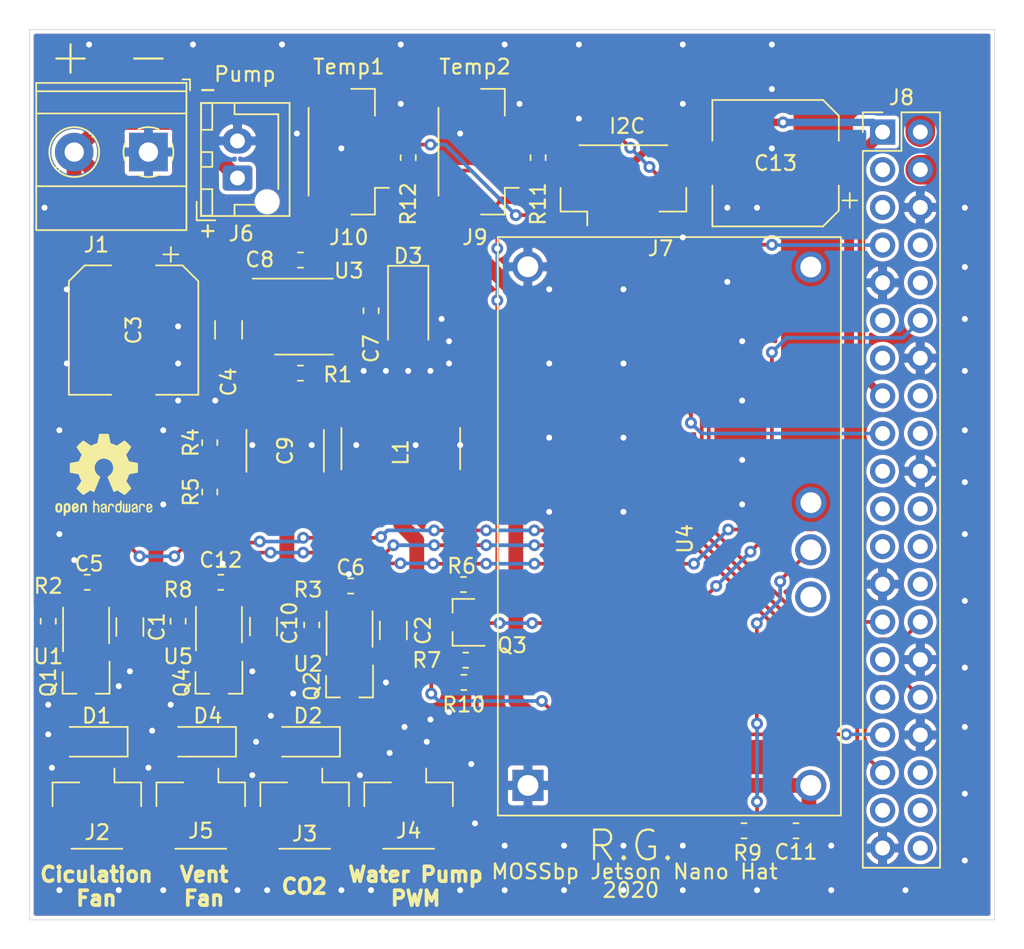
<source format=kicad_pcb>
(kicad_pcb (version 20171130) (host pcbnew 5.1.5-52549c5~84~ubuntu19.04.1)
  (title_block (title "MOSSbp Jetson Nano Hat") (date 2020-01-26) (rev V0.1) (company Randipa))
  (layers (0 F.Cu signal) (31 B.Cu signal) (34 B.Paste user) (35 F.Paste user) (36 B.SilkS user) (37 F.SilkS user) (38 B.Mask user) (39 F.Mask user) (44 Edge.Cuts user))
  (net 0 "")
  (net 1 GND)
  (net 2 +12V)
  (net 3 +24V)
  (net 4 "Net-(C7-Pad1)")
  (net 5 "Net-(C8-Pad2)")
  (net 6 "Net-(C8-Pad1)")
  (net 7 +5V)
  (net 8 "Net-(D1-Pad2)")
  (net 9 "Net-(D2-Pad2)")
  (net 10 "Net-(D4-Pad2)")
  (net 11 "Net-(J4-Pad1)")
  (net 12 /I2C1_SDA)
  (net 13 /I2C1_SCL)
  (net 14 +3V3)
  (net 15 /VF_CTRL)
  (net 16 /WP_PWM)
  (net 17 /CF_CTRL)
  (net 18 /CO2_CTRL)
  (net 19 "Net-(Q1-Pad1)")
  (net 20 "Net-(Q2-Pad1)")
  (net 21 "Net-(Q4-Pad1)")
  (net 22 "Net-(R1-Pad1)")
  (net 23 "Net-(R4-Pad2)")
  (net 24 "Net-(R9-Pad2)")
  (net 25 /Temp1_I)
  (net 26 /Temp2_I)
  (module Symbol:OSHW-Logo2_7.3x6mm_SilkScreen (layer F.Cu) (at 120 90)
    (fp_text reference REF** hide)
    (fp_text value OSHW-Logo2_7.3x6mm_SilkScreen hide)
  )
  (module Connector_JST:JST_GH_BM04B-GHS-TBT_1x04-1MP_P1.25mm_Vertical (layer F.Cu) (at 145.15 68.225 90)
    (fp_text reference J9 (at -5.775 -0.15 180) (layer F.SilkS))
    (fp_text value Temp1)
    (pad 1 smd roundrect (at -1.875 1.95 90) (size 0.6 1.7) (layers F.Cu F.Paste F.Mask) (net 14 +3V3))
    (pad 2 smd roundrect (at -0.625 1.95 90) (size 0.6 1.7) (layers F.Cu F.Paste F.Mask))
    (pad 3 smd roundrect (at 0.625 1.95 90) (size 0.6 1.7) (layers F.Cu F.Paste F.Mask) (net 25 /Temp1_I))
    (pad 4 smd roundrect (at 1.875 1.95 90) (size 0.6 1.7) (layers F.Cu F.Paste F.Mask) (net 1 GND))
    (pad MP smd roundrect (at -3.725 -1.4 90) (size 1 2.8) (layers F.Cu F.Paste F.Mask))
    (pad MP smd roundrect (at 3.725 -1.4 90) (size 1 2.8) (layers F.Cu F.Paste F.Mask))
  )
  (module Resistor_SMD:R_0603_1608Metric_Pad1.05x0.95mm_HandSolder (layer F.Cu) (at 140.5 68.625 270)
    (fp_text reference R12 (at 3.125 0 90) (layer F.SilkS))
    (fp_text value 4.7k)
    (pad 2 smd roundrect (at 0.875 0 270) (size 1.05 0.95) (layers F.Cu F.Paste F.Mask) (net 14 +3V3))
    (pad 1 smd roundrect (at -0.875 0 270) (size 1.05 0.95) (layers F.Cu F.Paste F.Mask) (net 26 /Temp2_I))
  )
  (module Resistor_SMD:R_0603_1608Metric_Pad1.05x0.95mm_HandSolder (layer F.Cu) (at 149.25 68.625 270)
    (fp_text reference R11 (at 3.125 0 90) (layer F.SilkS))
    (fp_text value 4.7k)
    (pad 1 smd roundrect (at -0.875 0 270) (size 1.05 0.95) (layers F.Cu F.Paste F.Mask) (net 25 /Temp1_I))
    (pad 2 smd roundrect (at 0.875 0 270) (size 1.05 0.95) (layers F.Cu F.Paste F.Mask) (net 14 +3V3))
  )
  (module Connector_JST:JST_GH_BM04B-GHS-TBT_1x04-1MP_P1.25mm_Vertical (layer F.Cu) (at 136.4 68.225 90)
    (fp_text reference J10 (at -5.775 0.1 180) (layer F.SilkS))
    (fp_text value Temp2)
    (pad MP smd roundrect (at 3.725 -1.4 90) (size 1 2.8) (layers F.Cu F.Paste F.Mask))
    (pad MP smd roundrect (at -3.725 -1.4 90) (size 1 2.8) (layers F.Cu F.Paste F.Mask))
    (pad 4 smd roundrect (at 1.875 1.95 90) (size 0.6 1.7) (layers F.Cu F.Paste F.Mask) (net 1 GND))
    (pad 3 smd roundrect (at 0.625 1.95 90) (size 0.6 1.7) (layers F.Cu F.Paste F.Mask) (net 26 /Temp2_I))
    (pad 2 smd roundrect (at -0.625 1.95 90) (size 0.6 1.7) (layers F.Cu F.Paste F.Mask))
    (pad 1 smd roundrect (at -1.875 1.95 90) (size 0.6 1.7) (layers F.Cu F.Paste F.Mask) (net 14 +3V3))
  )
  (module RG_footprints:PTN78020WAH (layer F.Cu) (at 158 94.52 90)
    (fp_text reference U4 (at 0.2 1.15 90) (layer F.SilkS))
    (fp_text value PTN78020WAH)
    (pad 7 thru_hole oval (at 18.54 -9.44 90) (size 2.1 2.1) (drill 1.4) (layers *.Cu *.Mask) (net 1 GND))
    (pad 6 thru_hole oval (at 18.52 9.62 90) (size 2.1 2.1) (drill 1.4) (layers *.Cu *.Mask) (net 7 +5V))
    (pad 5 thru_hole oval (at 2.64 9.63 90) (size 2.1 2.1) (drill 1.4) (layers *.Cu *.Mask) (net 7 +5V))
    (pad 4 thru_hole oval (at -0.54 9.62 90) (size 2.1 2.1) (drill 1.4) (layers *.Cu *.Mask) (net 24 "Net-(R9-Pad2)"))
    (pad 3 thru_hole oval (at -3.72 9.62 90) (size 2.1 2.1) (drill 1.4) (layers *.Cu *.Mask))
    (pad 2 thru_hole oval (at -16.42 9.62 90) (size 2.1 2.1) (drill 1.4) (layers *.Cu *.Mask) (net 3 +24V))
    (pad 1 thru_hole rect (at -16.42 -9.43 90) (size 2.1 2.1) (drill 1.4) (layers *.Cu *.Mask) (net 1 GND))
  )
  (module Diode_SMD:D_SOD-123 (layer F.Cu) (at 126.65 108 180)
    (fp_text reference D4 (at -0.35 1.75) (layer F.SilkS))
    (fp_text value D)
    (pad 2 smd rect (at 1.65 0 180) (size 0.9 1.2) (layers F.Cu F.Paste F.Mask) (net 10 "Net-(D4-Pad2)"))
    (pad 1 smd rect (at -1.65 0 180) (size 0.9 1.2) (layers F.Cu F.Paste F.Mask) (net 2 +12V))
  )
  (module Diode_SMD:D_SOD-123 (layer F.Cu) (at 133.65 108 180)
    (fp_text reference D2 (at -0.1 1.75) (layer F.SilkS))
    (fp_text value D)
    (pad 2 smd rect (at 1.65 0 180) (size 0.9 1.2) (layers F.Cu F.Paste F.Mask) (net 9 "Net-(D2-Pad2)"))
    (pad 1 smd rect (at -1.65 0 180) (size 0.9 1.2) (layers F.Cu F.Paste F.Mask) (net 2 +12V))
  )
  (module Diode_SMD:D_SOD-123 (layer F.Cu) (at 119.35 108 180)
    (fp_text reference D1 (at -0.15 1.75) (layer F.SilkS))
    (fp_text value D)
    (pad 2 smd rect (at 1.65 0 180) (size 0.9 1.2) (layers F.Cu F.Paste F.Mask) (net 8 "Net-(D1-Pad2)"))
    (pad 1 smd rect (at -1.65 0 180) (size 0.9 1.2) (layers F.Cu F.Paste F.Mask) (net 2 +12V))
  )
  (module RG_footprints:SRN8040-8R2Y (layer F.Cu) (at 139.7 88.44 90)
    (fp_text reference L1 (at -0.06 0.3 90) (layer F.SilkS))
    (fp_text value 8.2u)
    (pad 2 smd rect (at -2.6 0.3 90) (size 2.6 8.2) (layers F.Cu F.Paste F.Mask) (net 2 +12V))
    (pad 1 smd rect (at 3 0.3 90) (size 2.6 8.2) (layers F.Cu F.Paste F.Mask) (net 6 "Net-(C8-Pad1)"))
  )
  (module Package_TO_SOT_SMD:SOT-143 (layer F.Cu) (at 127.75 100.1 90)
    (fp_text reference U5 (at -2.15 -2.75 180) (layer F.SilkS))
    (fp_text value MIC4416)
    (pad 4 smd rect (at 1.1 -0.95) (size 1 1.4) (layers F.Cu F.Paste F.Mask) (net 15 /VF_CTRL))
    (pad 3 smd rect (at 1.1 0.95) (size 1 1.4) (layers F.Cu F.Paste F.Mask) (net 2 +12V))
    (pad 2 smd rect (at -1.1 0.95) (size 1 1.4) (layers F.Cu F.Paste F.Mask) (net 21 "Net-(Q4-Pad1)"))
    (pad 1 smd rect (at -1.1 -0.77) (size 1.2 1.4) (layers F.Cu F.Paste F.Mask) (net 1 GND))
  )
  (module Package_SO:SOIC-8-1EP_3.9x4.9mm_P1.27mm_EP2.41x3.3mm (layer F.Cu) (at 133.48 79.34)
    (fp_text reference U3 (at 3.02 -3.09) (layer F.SilkS))
    (fp_text value LMR14020)
    (pad 8 smd roundrect (at 2.475 -1.905) (size 1.95 0.6) (layers F.Cu F.Paste F.Mask) (net 6 "Net-(C8-Pad1)"))
    (pad 7 smd roundrect (at 2.475 -0.635) (size 1.95 0.6) (layers F.Cu F.Paste F.Mask) (net 1 GND))
    (pad 6 smd roundrect (at 2.475 0.635) (size 1.95 0.6) (layers F.Cu F.Paste F.Mask) (net 4 "Net-(C7-Pad1)"))
    (pad 5 smd roundrect (at 2.475 1.905) (size 1.95 0.6) (layers F.Cu F.Paste F.Mask) (net 23 "Net-(R4-Pad2)"))
    (pad 4 smd roundrect (at -2.475 1.905) (size 1.95 0.6) (layers F.Cu F.Paste F.Mask) (net 22 "Net-(R1-Pad1)"))
    (pad 3 smd roundrect (at -2.475 0.635) (size 1.95 0.6) (layers F.Cu F.Paste F.Mask))
    (pad 2 smd roundrect (at -2.475 -0.635) (size 1.95 0.6) (layers F.Cu F.Paste F.Mask) (net 3 +24V))
    (pad 1 smd roundrect (at -2.475 -1.905) (size 1.95 0.6) (layers F.Cu F.Paste F.Mask) (net 5 "Net-(C8-Pad2)"))
    (pad 9 smd roundrect (at 0 0) (size 2.41 3.3) (layers F.Cu F.Mask) (roundrect_rratio 0.103734) (net 1 GND))
  )
  (module Package_TO_SOT_SMD:SOT-143 (layer F.Cu) (at 136.55 100.4 90)
    (fp_text reference U2 (at -2.35 -2.8 180) (layer F.SilkS))
    (fp_text value MIC4416)
    (pad 4 smd rect (at 1.1 -0.95) (size 1 1.4) (layers F.Cu F.Paste F.Mask) (net 18 /CO2_CTRL))
    (pad 3 smd rect (at 1.1 0.95) (size 1 1.4) (layers F.Cu F.Paste F.Mask) (net 2 +12V))
    (pad 2 smd rect (at -1.1 0.95) (size 1 1.4) (layers F.Cu F.Paste F.Mask) (net 20 "Net-(Q2-Pad1)"))
    (pad 1 smd rect (at -1.1 -0.77) (size 1.2 1.4) (layers F.Cu F.Paste F.Mask) (net 1 GND))
  )
  (module Package_TO_SOT_SMD:SOT-143 (layer F.Cu) (at 118.8 100.15 90)
    (fp_text reference U1 (at -2.1 -2.55) (layer F.SilkS))
    (fp_text value MIC4416)
    (pad 4 smd rect (at 1.1 -0.95) (size 1 1.4) (layers F.Cu F.Paste F.Mask) (net 17 /CF_CTRL))
    (pad 3 smd rect (at 1.1 0.95) (size 1 1.4) (layers F.Cu F.Paste F.Mask) (net 2 +12V))
    (pad 2 smd rect (at -1.1 0.95) (size 1 1.4) (layers F.Cu F.Paste F.Mask) (net 19 "Net-(Q1-Pad1)"))
    (pad 1 smd rect (at -1.1 -0.77) (size 1.2 1.4) (layers F.Cu F.Paste F.Mask) (net 1 GND))
  )
  (module Resistor_SMD:R_0603_1608Metric_Pad1.05x0.95mm_HandSolder (layer F.Cu) (at 144.25 104 180)
    (fp_text reference R10 (at 0 -1.5) (layer F.SilkS))
    (fp_text value 4.7k)
    (pad 2 smd roundrect (at 0.875 0 180) (size 1.05 0.95) (layers F.Cu F.Paste F.Mask) (net 1 GND))
    (pad 1 smd roundrect (at -0.875 0 180) (size 1.05 0.95) (layers F.Cu F.Paste F.Mask) (net 11 "Net-(J4-Pad1)"))
  )
  (module Resistor_SMD:R_0603_1608Metric_Pad1.05x0.95mm_HandSolder (layer F.Cu) (at 163.125 114)
    (fp_text reference R9 (at 0.24 1.5) (layer F.SilkS))
    (fp_text value 21k)
    (pad 2 smd roundrect (at 0.875 0) (size 1.05 0.95) (layers F.Cu F.Paste F.Mask) (net 24 "Net-(R9-Pad2)"))
    (pad 1 smd roundrect (at -0.875 0) (size 1.05 0.95) (layers F.Cu F.Paste F.Mask) (net 1 GND))
  )
  (module Resistor_SMD:R_0603_1608Metric_Pad1.05x0.95mm_HandSolder (layer F.Cu) (at 125 99.875 270)
    (fp_text reference R8 (at -2.125 0 180) (layer F.SilkS))
    (fp_text value 4.7k)
    (pad 2 smd roundrect (at 0.875 0 270) (size 1.05 0.95) (layers F.Cu F.Paste F.Mask) (net 1 GND))
    (pad 1 smd roundrect (at -0.875 0 270) (size 1.05 0.95) (layers F.Cu F.Paste F.Mask) (net 15 /VF_CTRL))
  )
  (module Resistor_SMD:R_0603_1608Metric_Pad1.05x0.95mm_HandSolder (layer F.Cu) (at 144.375 102.5)
    (fp_text reference R7 (at -2.625 0) (layer F.SilkS))
    (fp_text value 10k)
    (pad 2 smd roundrect (at 0.875 0) (size 1.05 0.95) (layers F.Cu F.Paste F.Mask) (net 11 "Net-(J4-Pad1)"))
    (pad 1 smd roundrect (at -0.875 0) (size 1.05 0.95) (layers F.Cu F.Paste F.Mask) (net 7 +5V))
  )
  (module Resistor_SMD:R_0603_1608Metric_Pad1.05x0.95mm_HandSolder (layer F.Cu) (at 144.225 97.4 180)
    (fp_text reference R6 (at 0.125 1.25) (layer F.SilkS))
    (fp_text value 10k)
    (pad 2 smd roundrect (at 0.875 0 180) (size 1.05 0.95) (layers F.Cu F.Paste F.Mask) (net 16 /WP_PWM))
    (pad 1 smd roundrect (at -0.875 0 180) (size 1.05 0.95) (layers F.Cu F.Paste F.Mask) (net 14 +3V3))
  )
  (module Resistor_SMD:R_0603_1608Metric_Pad1.05x0.95mm_HandSolder (layer F.Cu) (at 127.13 91.165 270)
    (fp_text reference R5 (at 0 1.27 90) (layer F.SilkS))
    (fp_text value 6.49k)
    (pad 2 smd roundrect (at 0.875 0 270) (size 1.05 0.95) (layers F.Cu F.Paste F.Mask) (net 1 GND))
    (pad 1 smd roundrect (at -0.875 0 270) (size 1.05 0.95) (layers F.Cu F.Paste F.Mask) (net 23 "Net-(R4-Pad2)"))
  )
  (module Resistor_SMD:R_0603_1608Metric_Pad1.05x0.95mm_HandSolder (layer F.Cu) (at 127.13 87.835 270)
    (fp_text reference R4 (at 0 1.27 90) (layer F.SilkS))
    (fp_text value 100k)
    (pad 2 smd roundrect (at 0.875 0 270) (size 1.05 0.95) (layers F.Cu F.Paste F.Mask) (net 23 "Net-(R4-Pad2)"))
    (pad 1 smd roundrect (at -0.875 0 270) (size 1.05 0.95) (layers F.Cu F.Paste F.Mask) (net 2 +12V))
  )
  (module Resistor_SMD:R_0603_1608Metric_Pad1.05x0.95mm_HandSolder (layer F.Cu) (at 134 100.125 270)
    (fp_text reference R3 (at -2.375 0.25 180) (layer F.SilkS))
    (fp_text value 4.7k)
    (pad 2 smd roundrect (at 0.875 0 270) (size 1.05 0.95) (layers F.Cu F.Paste F.Mask) (net 1 GND))
    (pad 1 smd roundrect (at -0.875 0 270) (size 1.05 0.95) (layers F.Cu F.Paste F.Mask) (net 18 /CO2_CTRL))
  )
  (module Resistor_SMD:R_0603_1608Metric_Pad1.05x0.95mm_HandSolder (layer F.Cu) (at 116.25 99.875 270)
    (fp_text reference R2 (at -2.375 0) (layer F.SilkS))
    (fp_text value 4.7k)
    (pad 2 smd roundrect (at 0.875 0 270) (size 1.05 0.95) (layers F.Cu F.Paste F.Mask) (net 1 GND))
    (pad 1 smd roundrect (at -0.875 0 270) (size 1.05 0.95) (layers F.Cu F.Paste F.Mask) (net 17 /CF_CTRL))
  )
  (module Resistor_SMD:R_0603_1608Metric_Pad1.05x0.95mm_HandSolder (layer F.Cu) (at 133.24 83.15)
    (fp_text reference R1 (at 2.51 0.1) (layer F.SilkS))
    (fp_text value 23.7k)
    (pad 2 smd roundrect (at 0.875 0) (size 1.05 0.95) (layers F.Cu F.Paste F.Mask) (net 1 GND))
    (pad 1 smd roundrect (at -0.875 0) (size 1.05 0.95) (layers F.Cu F.Paste F.Mask) (net 22 "Net-(R1-Pad1)"))
  )
  (module Package_TO_SOT_SMD:SOT-23 (layer F.Cu) (at 127.75 104 270)
    (fp_text reference Q4 (at 0 2.5 90) (layer F.SilkS))
    (fp_text value DMN3404L)
    (pad 3 smd rect (at 1 0 270) (size 0.9 0.8) (layers F.Cu F.Paste F.Mask) (net 10 "Net-(D4-Pad2)"))
    (pad 2 smd rect (at -1 0.95 270) (size 0.9 0.8) (layers F.Cu F.Paste F.Mask) (net 1 GND))
    (pad 1 smd rect (at -1 -0.95 270) (size 0.9 0.8) (layers F.Cu F.Paste F.Mask) (net 21 "Net-(Q4-Pad1)"))
  )
  (module Package_TO_SOT_SMD:SOT-23 (layer F.Cu) (at 144.25 99.95 180)
    (fp_text reference Q3 (at -3.25 -1.55 180) (layer F.SilkS))
    (fp_text value BSS138)
    (pad 3 smd rect (at 1 0 180) (size 0.9 0.8) (layers F.Cu F.Paste F.Mask) (net 16 /WP_PWM))
    (pad 2 smd rect (at -1 0.95 180) (size 0.9 0.8) (layers F.Cu F.Paste F.Mask) (net 14 +3V3))
    (pad 1 smd rect (at -1 -0.95 180) (size 0.9 0.8) (layers F.Cu F.Paste F.Mask) (net 11 "Net-(J4-Pad1)"))
  )
  (module Package_TO_SOT_SMD:SOT-23 (layer F.Cu) (at 136.55 104.25 270)
    (fp_text reference Q2 (at 0 2.55 90) (layer F.SilkS))
    (fp_text value DMN3404L)
    (pad 3 smd rect (at 1 0 270) (size 0.9 0.8) (layers F.Cu F.Paste F.Mask) (net 9 "Net-(D2-Pad2)"))
    (pad 2 smd rect (at -1 0.95 270) (size 0.9 0.8) (layers F.Cu F.Paste F.Mask) (net 1 GND))
    (pad 1 smd rect (at -1 -0.95 270) (size 0.9 0.8) (layers F.Cu F.Paste F.Mask) (net 20 "Net-(Q2-Pad1)"))
  )
  (module Package_TO_SOT_SMD:SOT-23 (layer F.Cu) (at 118.8 104 270)
    (fp_text reference Q1 (at 0 2.55 90) (layer F.SilkS))
    (fp_text value DMN3404L)
    (pad 3 smd rect (at 1 0 270) (size 0.9 0.8) (layers F.Cu F.Paste F.Mask) (net 8 "Net-(D1-Pad2)"))
    (pad 2 smd rect (at -1 0.95 270) (size 0.9 0.8) (layers F.Cu F.Paste F.Mask) (net 1 GND))
    (pad 1 smd rect (at -1 -0.95 270) (size 0.9 0.8) (layers F.Cu F.Paste F.Mask) (net 19 "Net-(Q1-Pad1)"))
  )
  (module Connector_PinHeader_2.54mm:PinHeader_2x20_P2.54mm_Vertical (layer F.Cu) (at 172.46 66.9)
    (fp_text reference J8 (at 1.27 -2.33) (layer F.SilkS))
    (fp_text value Jetson_Nano_Dev)
    (pad 40 thru_hole oval (at 2.54 48.26) (size 1.7 1.7) (drill 1) (layers *.Cu *.Mask))
    (pad 39 thru_hole oval (at 0 48.26) (size 1.7 1.7) (drill 1) (layers *.Cu *.Mask) (net 1 GND))
    (pad 38 thru_hole oval (at 2.54 45.72) (size 1.7 1.7) (drill 1) (layers *.Cu *.Mask))
    (pad 37 thru_hole oval (at 0 45.72) (size 1.7 1.7) (drill 1) (layers *.Cu *.Mask))
    (pad 36 thru_hole oval (at 2.54 43.18) (size 1.7 1.7) (drill 1) (layers *.Cu *.Mask))
    (pad 35 thru_hole oval (at 0 43.18) (size 1.7 1.7) (drill 1) (layers *.Cu *.Mask) (net 15 /VF_CTRL))
    (pad 34 thru_hole oval (at 2.54 40.64) (size 1.7 1.7) (drill 1) (layers *.Cu *.Mask) (net 1 GND))
    (pad 33 thru_hole oval (at 0 40.64) (size 1.7 1.7) (drill 1) (layers *.Cu *.Mask) (net 16 /WP_PWM))
    (pad 32 thru_hole oval (at 2.54 38.1) (size 1.7 1.7) (drill 1) (layers *.Cu *.Mask) (net 17 /CF_CTRL))
    (pad 31 thru_hole oval (at 0 38.1) (size 1.7 1.7) (drill 1) (layers *.Cu *.Mask))
    (pad 30 thru_hole oval (at 2.54 35.56) (size 1.7 1.7) (drill 1) (layers *.Cu *.Mask) (net 1 GND))
    (pad 29 thru_hole oval (at 0 35.56) (size 1.7 1.7) (drill 1) (layers *.Cu *.Mask))
    (pad 28 thru_hole oval (at 2.54 33.02) (size 1.7 1.7) (drill 1) (layers *.Cu *.Mask) (net 13 /I2C1_SCL))
    (pad 27 thru_hole oval (at 0 33.02) (size 1.7 1.7) (drill 1) (layers *.Cu *.Mask) (net 12 /I2C1_SDA))
    (pad 26 thru_hole oval (at 2.54 30.48) (size 1.7 1.7) (drill 1) (layers *.Cu *.Mask))
    (pad 25 thru_hole oval (at 0 30.48) (size 1.7 1.7) (drill 1) (layers *.Cu *.Mask) (net 1 GND))
    (pad 24 thru_hole oval (at 2.54 27.94) (size 1.7 1.7) (drill 1) (layers *.Cu *.Mask))
    (pad 23 thru_hole oval (at 0 27.94) (size 1.7 1.7) (drill 1) (layers *.Cu *.Mask))
    (pad 22 thru_hole oval (at 2.54 25.4) (size 1.7 1.7) (drill 1) (layers *.Cu *.Mask))
    (pad 21 thru_hole oval (at 0 25.4) (size 1.7 1.7) (drill 1) (layers *.Cu *.Mask))
    (pad 20 thru_hole oval (at 2.54 22.86) (size 1.7 1.7) (drill 1) (layers *.Cu *.Mask) (net 1 GND))
    (pad 19 thru_hole oval (at 0 22.86) (size 1.7 1.7) (drill 1) (layers *.Cu *.Mask))
    (pad 18 thru_hole oval (at 2.54 20.32) (size 1.7 1.7) (drill 1) (layers *.Cu *.Mask))
    (pad 17 thru_hole oval (at 0 20.32) (size 1.7 1.7) (drill 1) (layers *.Cu *.Mask) (net 26 /Temp2_I))
    (pad 16 thru_hole oval (at 2.54 17.78) (size 1.7 1.7) (drill 1) (layers *.Cu *.Mask))
    (pad 15 thru_hole oval (at 0 17.78) (size 1.7 1.7) (drill 1) (layers *.Cu *.Mask) (net 14 +3V3))
    (pad 14 thru_hole oval (at 2.54 15.24) (size 1.7 1.7) (drill 1) (layers *.Cu *.Mask) (net 1 GND))
    (pad 13 thru_hole oval (at 0 15.24) (size 1.7 1.7) (drill 1) (layers *.Cu *.Mask))
    (pad 12 thru_hole oval (at 2.54 12.7) (size 1.7 1.7) (drill 1) (layers *.Cu *.Mask) (net 18 /CO2_CTRL))
    (pad 11 thru_hole oval (at 0 12.7) (size 1.7 1.7) (drill 1) (layers *.Cu *.Mask))
    (pad 10 thru_hole oval (at 2.54 10.16) (size 1.7 1.7) (drill 1) (layers *.Cu *.Mask))
    (pad 9 thru_hole oval (at 0 10.16) (size 1.7 1.7) (drill 1) (layers *.Cu *.Mask) (net 1 GND))
    (pad 8 thru_hole oval (at 2.54 7.62) (size 1.7 1.7) (drill 1) (layers *.Cu *.Mask))
    (pad 7 thru_hole oval (at 0 7.62) (size 1.7 1.7) (drill 1) (layers *.Cu *.Mask) (net 25 /Temp1_I))
    (pad 6 thru_hole oval (at 2.54 5.08) (size 1.7 1.7) (drill 1) (layers *.Cu *.Mask) (net 1 GND))
    (pad 5 thru_hole oval (at 0 5.08) (size 1.7 1.7) (drill 1) (layers *.Cu *.Mask))
    (pad 4 thru_hole oval (at 2.54 2.54) (size 1.7 1.7) (drill 1) (layers *.Cu *.Mask) (net 7 +5V))
    (pad 3 thru_hole oval (at 0 2.54) (size 1.7 1.7) (drill 1) (layers *.Cu *.Mask))
    (pad 2 thru_hole oval (at 2.54 0) (size 1.7 1.7) (drill 1) (layers *.Cu *.Mask) (net 7 +5V))
    (pad 1 thru_hole rect (at 0 0) (size 1.7 1.7) (drill 1) (layers *.Cu *.Mask) (net 14 +3V3))
  )
  (module Connector_JST:JST_GH_BM04B-GHS-TBT_1x04-1MP_P1.25mm_Vertical (layer F.Cu) (at 155 70.4)
    (fp_text reference J7 (at 2.5 4.35) (layer F.SilkS))
    (fp_text value I2C)
    (pad MP smd roundrect (at 3.725 -1.4) (size 1 2.8) (layers F.Cu F.Paste F.Mask))
    (pad MP smd roundrect (at -3.725 -1.4) (size 1 2.8) (layers F.Cu F.Paste F.Mask))
    (pad 4 smd roundrect (at 1.875 1.95) (size 0.6 1.7) (layers F.Cu F.Paste F.Mask) (net 1 GND))
    (pad 3 smd roundrect (at 0.625 1.95) (size 0.6 1.7) (layers F.Cu F.Paste F.Mask) (net 12 /I2C1_SDA))
    (pad 2 smd roundrect (at -0.625 1.95) (size 0.6 1.7) (layers F.Cu F.Paste F.Mask) (net 13 /I2C1_SCL))
    (pad 1 smd roundrect (at -1.875 1.95) (size 0.6 1.7) (layers F.Cu F.Paste F.Mask) (net 14 +3V3))
  )
  (module Connector_JST:JST_XH_B2B-XH-AM_1x02_P2.50mm_Vertical (layer F.Cu) (at 129 70 90)
    (fp_text reference J6 (at -3.75 0.25 180) (layer F.SilkS))
    (fp_text value "Water Pump")
    (pad "" np_thru_hole circle (at -1.6 2 90) (size 1.2 1.2) (drill 1.2) (layers *.Cu *.Mask))
    (pad 2 thru_hole oval (at 2.5 0 90) (size 1.7 2) (drill 1) (layers *.Cu *.Mask) (net 1 GND))
    (pad 1 thru_hole roundrect (at 0 0 90) (size 1.7 2) (drill 1) (layers *.Cu *.Mask) (roundrect_rratio 0.147059) (net 3 +24V))
  )
  (module Connector_JST:JST_GH_BM02B-GHS-TBT_1x02-1MP_P1.25mm_Vertical (layer F.Cu) (at 126.525 112.6 180)
    (fp_text reference J5 (at 0 -1.4) (layer F.SilkS))
    (fp_text value "Vent Fan")
    (pad MP smd roundrect (at 2.475 -1.4 180) (size 1 2.8) (layers F.Cu F.Paste F.Mask))
    (pad MP smd roundrect (at -2.475 -1.4 180) (size 1 2.8) (layers F.Cu F.Paste F.Mask))
    (pad 2 smd roundrect (at 0.625 1.95 180) (size 0.6 1.7) (layers F.Cu F.Paste F.Mask) (net 10 "Net-(D4-Pad2)"))
    (pad 1 smd roundrect (at -0.625 1.95 180) (size 0.6 1.7) (layers F.Cu F.Paste F.Mask) (net 2 +12V))
  )
  (module Connector_JST:JST_GH_BM02B-GHS-TBT_1x02-1MP_P1.25mm_Vertical (layer F.Cu) (at 140.525 112.6 180)
    (fp_text reference J4 (at 0 -1.4) (layer F.SilkS))
    (fp_text value "Water Pump PWM")
    (pad MP smd roundrect (at 2.475 -1.4 180) (size 1 2.8) (layers F.Cu F.Paste F.Mask))
    (pad MP smd roundrect (at -2.475 -1.4 180) (size 1 2.8) (layers F.Cu F.Paste F.Mask))
    (pad 2 smd roundrect (at 0.625 1.95 180) (size 0.6 1.7) (layers F.Cu F.Paste F.Mask) (net 1 GND))
    (pad 1 smd roundrect (at -0.625 1.95 180) (size 0.6 1.7) (layers F.Cu F.Paste F.Mask) (net 11 "Net-(J4-Pad1)"))
  )
  (module Connector_JST:JST_GH_BM02B-GHS-TBT_1x02-1MP_P1.25mm_Vertical (layer F.Cu) (at 133.525 112.6 180)
    (fp_text reference J3 (at 0 -1.6) (layer F.SilkS))
    (fp_text value CO2)
    (pad MP smd roundrect (at 2.475 -1.4 180) (size 1 2.8) (layers F.Cu F.Paste F.Mask))
    (pad MP smd roundrect (at -2.475 -1.4 180) (size 1 2.8) (layers F.Cu F.Paste F.Mask))
    (pad 2 smd roundrect (at 0.625 1.95 180) (size 0.6 1.7) (layers F.Cu F.Paste F.Mask) (net 9 "Net-(D2-Pad2)"))
    (pad 1 smd roundrect (at -0.625 1.95 180) (size 0.6 1.7) (layers F.Cu F.Paste F.Mask) (net 2 +12V))
  )
  (module Connector_JST:JST_GH_BM02B-GHS-TBT_1x02-1MP_P1.25mm_Vertical (layer F.Cu) (at 119.525 112.6 180)
    (fp_text reference J2 (at -0.025 -1.5) (layer F.SilkS))
    (fp_text value "Circulation Fan")
    (pad MP smd roundrect (at 2.475 -1.4 180) (size 1 2.8) (layers F.Cu F.Paste F.Mask))
    (pad MP smd roundrect (at -2.475 -1.4 180) (size 1 2.8) (layers F.Cu F.Paste F.Mask))
    (pad 2 smd roundrect (at 0.625 1.95 180) (size 0.6 1.7) (layers F.Cu F.Paste F.Mask) (net 8 "Net-(D1-Pad2)"))
    (pad 1 smd roundrect (at -0.625 1.95 180) (size 0.6 1.7) (layers F.Cu F.Paste F.Mask) (net 2 +12V))
  )
  (module TerminalBlock_Phoenix:TerminalBlock_Phoenix_MKDS-1,5-2_1x02_P5.00mm_Horizontal (layer F.Cu) (at 123 68.25 180)
    (fp_text reference J1 (at 3.5 -6.25) (layer F.SilkS))
    (fp_text value 24V)
    (pad 1 thru_hole rect (at 0 0 180) (size 2.6 2.6) (drill 1.3) (layers *.Cu *.Mask) (net 1 GND))
    (pad 2 thru_hole circle (at 5 0 180) (size 2.6 2.6) (drill 1.3) (layers *.Cu *.Mask) (net 3 +24V))
  )
  (module Diode_SMD:D_SOD-128 (layer F.Cu) (at 140.5 79 270)
    (fp_text reference D3 (at -3.75 0 180) (layer F.SilkS))
    (fp_text value " PMEG4030EP")
    (pad 2 smd rect (at 2.2 0 270) (size 1.4 2.1) (layers F.Cu F.Paste F.Mask) (net 1 GND))
    (pad 1 smd rect (at -2.2 0 270) (size 1.4 2.1) (layers F.Cu F.Paste F.Mask) (net 6 "Net-(C8-Pad1)"))
  )
  (module Capacitor_SMD:CP_Elec_8x10 (layer F.Cu) (at 165.25 69 180)
    (fp_text reference C13 (at 0 0) (layer F.SilkS))
    (fp_text value 330u)
    (pad 2 smd roundrect (at 3.25 0 180) (size 3.5 2.5) (layers F.Cu F.Paste F.Mask) (roundrect_rratio 0.1) (net 1 GND))
    (pad 1 smd roundrect (at -3.25 0 180) (size 3.5 2.5) (layers F.Cu F.Paste F.Mask) (roundrect_rratio 0.1) (net 7 +5V))
  )
  (module Capacitor_SMD:C_0603_1608Metric_Pad1.05x0.95mm_HandSolder (layer F.Cu) (at 127.875 97.25 180)
    (fp_text reference C12 (at 0 1.5) (layer F.SilkS))
    (fp_text value 0.1u)
    (pad 2 smd roundrect (at 0.875 0 180) (size 1.05 0.95) (layers F.Cu F.Paste F.Mask) (net 1 GND))
    (pad 1 smd roundrect (at -0.875 0 180) (size 1.05 0.95) (layers F.Cu F.Paste F.Mask) (net 2 +12V))
  )
  (module Capacitor_SMD:C_0603_1608Metric_Pad1.05x0.95mm_HandSolder (layer F.Cu) (at 166.625 114 180)
    (fp_text reference C11 (at 0 -1.43) (layer F.SilkS))
    (fp_text value 2.2u)
    (pad 2 smd roundrect (at 0.875 0 180) (size 1.05 0.95) (layers F.Cu F.Paste F.Mask) (net 1 GND))
    (pad 1 smd roundrect (at -0.875 0 180) (size 1.05 0.95) (layers F.Cu F.Paste F.Mask) (net 3 +24V))
  )
  (module Capacitor_SMD:C_1206_3216Metric_Pad1.42x1.75mm_HandSolder (layer F.Cu) (at 130.75 100.2375 270)
    (fp_text reference C10 (at -0.2375 -1.75 90) (layer F.SilkS))
    (fp_text value 4.7u)
    (pad 2 smd roundrect (at 1.4875 0 270) (size 1.425 1.75) (layers F.Cu F.Paste F.Mask) (roundrect_rratio 0.175439) (net 1 GND))
    (pad 1 smd roundrect (at -1.4875 0 270) (size 1.425 1.75) (layers F.Cu F.Paste F.Mask) (roundrect_rratio 0.175439) (net 2 +12V))
  )
  (module Capacitor_SMD:C_2220_5650Metric_Pad1.97x5.40mm_HandSolder (layer F.Cu) (at 132.21 88.3875 90)
    (fp_text reference C9 (at 0 0 90) (layer F.SilkS))
    (fp_text value 47u)
    (pad 2 smd roundrect (at 2.6375 0 90) (size 1.975 5.4) (layers F.Cu F.Paste F.Mask) (roundrect_rratio 0.126582) (net 1 GND))
    (pad 1 smd roundrect (at -2.6375 0 90) (size 1.975 5.4) (layers F.Cu F.Paste F.Mask) (roundrect_rratio 0.126582) (net 2 +12V))
  )
  (module Capacitor_SMD:C_0603_1608Metric_Pad1.05x0.95mm_HandSolder (layer F.Cu) (at 133.24 75.53 180)
    (fp_text reference C8 (at 2.74 0.03) (layer F.SilkS))
    (fp_text value 0.1u)
    (pad 2 smd roundrect (at 0.875 0 180) (size 1.05 0.95) (layers F.Cu F.Paste F.Mask) (net 5 "Net-(C8-Pad2)"))
    (pad 1 smd roundrect (at -0.875 0 180) (size 1.05 0.95) (layers F.Cu F.Paste F.Mask) (net 6 "Net-(C8-Pad1)"))
  )
  (module Capacitor_SMD:C_0603_1608Metric_Pad1.05x0.95mm_HandSolder (layer F.Cu) (at 138 78.945 90)
    (fp_text reference C7 (at -2.555 0 90) (layer F.SilkS))
    (fp_text value 22n)
    (pad 2 smd roundrect (at 0.875 0 90) (size 1.05 0.95) (layers F.Cu F.Paste F.Mask) (net 1 GND))
    (pad 1 smd roundrect (at -0.875 0 90) (size 1.05 0.95) (layers F.Cu F.Paste F.Mask) (net 4 "Net-(C7-Pad1)"))
  )
  (module Capacitor_SMD:C_0603_1608Metric_Pad1.05x0.95mm_HandSolder (layer F.Cu) (at 136.625 97.5 180)
    (fp_text reference C6 (at 0 1.25) (layer F.SilkS))
    (fp_text value 0.1u)
    (pad 2 smd roundrect (at 0.875 0 180) (size 1.05 0.95) (layers F.Cu F.Paste F.Mask) (net 1 GND))
    (pad 1 smd roundrect (at -0.875 0 180) (size 1.05 0.95) (layers F.Cu F.Paste F.Mask) (net 2 +12V))
  )
  (module Capacitor_SMD:C_0603_1608Metric_Pad1.05x0.95mm_HandSolder (layer F.Cu) (at 118.875 97.25 180)
    (fp_text reference C5 (at -0.125 1.25) (layer F.SilkS))
    (fp_text value 0.1u)
    (pad 2 smd roundrect (at 0.875 0 180) (size 1.05 0.95) (layers F.Cu F.Paste F.Mask) (net 1 GND))
    (pad 1 smd roundrect (at -0.875 0 180) (size 1.05 0.95) (layers F.Cu F.Paste F.Mask) (net 2 +12V))
  )
  (module Capacitor_SMD:C_1206_3216Metric_Pad1.42x1.75mm_HandSolder (layer F.Cu) (at 128.4 80.2375 270)
    (fp_text reference C4 (at 3.5125 0 90) (layer F.SilkS))
    (fp_text value 10u)
    (pad 2 smd roundrect (at 1.4875 0 270) (size 1.425 1.75) (layers F.Cu F.Paste F.Mask) (roundrect_rratio 0.175439) (net 1 GND))
    (pad 1 smd roundrect (at -1.4875 0 270) (size 1.425 1.75) (layers F.Cu F.Paste F.Mask) (roundrect_rratio 0.175439) (net 3 +24V))
  )
  (module Capacitor_SMD:CP_Elec_8x10.5 (layer F.Cu) (at 122 80.25 270)
    (fp_text reference C3 (at 0 0 90) (layer F.SilkS))
    (fp_text value 220u)
    (pad 2 smd roundrect (at 3.7 0 270) (size 4.4 2.5) (layers F.Cu F.Paste F.Mask) (roundrect_rratio 0.1) (net 1 GND))
    (pad 1 smd roundrect (at -3.7 0 270) (size 4.4 2.5) (layers F.Cu F.Paste F.Mask) (roundrect_rratio 0.1) (net 3 +24V))
  )
  (module Capacitor_SMD:C_1206_3216Metric_Pad1.42x1.75mm_HandSolder (layer F.Cu) (at 139.5 100.5 270)
    (fp_text reference C2 (at 0 -2 90) (layer F.SilkS))
    (fp_text value 4.7u)
    (pad 2 smd roundrect (at 1.4875 0 270) (size 1.425 1.75) (layers F.Cu F.Paste F.Mask) (roundrect_rratio 0.175439) (net 1 GND))
    (pad 1 smd roundrect (at -1.4875 0 270) (size 1.425 1.75) (layers F.Cu F.Paste F.Mask) (roundrect_rratio 0.175439) (net 2 +12V))
  )
  (module Capacitor_SMD:C_1206_3216Metric_Pad1.42x1.75mm_HandSolder (layer F.Cu) (at 121.75 100.2625 270)
    (fp_text reference C1 (at 0 -1.82 90) (layer F.SilkS))
    (fp_text value 4.7u)
    (pad 2 smd roundrect (at 1.4875 0 270) (size 1.425 1.75) (layers F.Cu F.Paste F.Mask) (roundrect_rratio 0.175439) (net 1 GND))
    (pad 1 smd roundrect (at -1.4875 0 270) (size 1.425 1.75) (layers F.Cu F.Paste F.Mask) (roundrect_rratio 0.175439) (net 2 +12V))
  )
  (gr_text Temp2 (at 145 62.5) (layer F.SilkS) (effects (font (size 1 1))))
  (gr_text Temp1 (at 136.5 62.5) (layer F.SilkS) (effects (font (size 1 1))))
  (gr_text "2020\n" (at 155.5 118) (layer F.SilkS) (effects (font (size 1 1))))
  (gr_text "MOSSbp Jetson Nano Hat\n" (at 155.75 116.75) (layer F.SilkS) (effects (font (size 1 1))))
  (gr_text R.G. (at 155.5 115) (layer F.SilkS) (effects (font (size 2 2))))
  (gr_text "-\n" (at 127 64) (layer F.SilkS) (effects (font (size 1 1))))
  (gr_text "+\n" (at 127 73.5) (layer F.SilkS) (effects (font (size 1 1))))
  (gr_text "Water Pump\nPWM\n" (at 141 117.75) (layer F.SilkS) (effects (font (size 1 1) (thickness 0.25))))
  (gr_text "CO2\n" (at 133.5 117.75) (layer F.SilkS) (effects (font (size 1 1) (thickness 0.25))))
  (gr_text "Vent\nFan" (at 126.75 117.75) (layer F.SilkS) (effects (font (size 1 1) (thickness 0.25))))
  (gr_text "Ciculation\nFan" (at 119.5 117.75) (layer F.SilkS) (effects (font (size 1 1) (thickness 0.25))))
  (gr_text I2C (at 155.25 66.5) (layer F.SilkS) (effects (font (size 1 1))))
  (gr_text Pump (at 129.5 63) (layer F.SilkS) (effects (font (size 1 1))))
  (gr_text "-\n" (at 123 61.75) (layer F.SilkS) (effects (font (size 2.5 2.5))))
  (gr_text "+\n" (at 117.75 61.75) (layer F.SilkS) (effects (font (size 2.5 2.5))))
  (gr_line (start 115 60) (end 115 120) (layer Edge.Cuts) (width 0.05))
  (gr_line (start 180 60) (end 115 60) (layer Edge.Cuts) (width 0.05))
  (gr_line (start 180 120) (end 180 60) (layer Edge.Cuts) (width 0.05))
  (gr_line (start 180 120) (end 115 120) (layer Edge.Cuts) (width 0.05))
  (segment (start 127.13 92.04) (end 126.655 92.04) (width 0.25) (layer F.Cu) (net 1))
  (segment (start 140.5 80.57) (end 140.5 81.2) (width 0.5) (layer F.Cu) (net 1))
  (segment (start 134.115 79.975) (end 133.48 79.34) (width 0.25) (layer F.Cu) (net 1))
  (segment (start 134.115 78.705) (end 135.955 78.705) (width 0.5) (layer F.Cu) (net 1))
  (segment (start 133.48 79.34) (end 134.115 78.705) (width 0.5) (layer F.Cu) (net 1))
  (segment (start 137.365 78.705) (end 135.955 78.705) (width 0.5) (layer F.Cu) (net 1))
  (segment (start 138 78.07) (end 137.365 78.705) (width 0.5) (layer F.Cu) (net 1))
  (via (at 137.5 83) (size 0.8) (drill 0.4) (layers F.Cu B.Cu) (net 1))
  (via (at 139 83) (size 0.8) (drill 0.4) (layers F.Cu B.Cu) (net 1))
  (via (at 140.5 83) (size 0.8) (drill 0.4) (layers F.Cu B.Cu) (net 1))
  (via (at 142 83) (size 0.8) (drill 0.4) (layers F.Cu B.Cu) (net 1))
  (via (at 143.25 82.5) (size 0.8) (drill 0.4) (layers F.Cu B.Cu) (net 1))
  (via (at 143.25 81) (size 0.8) (drill 0.4) (layers F.Cu B.Cu) (net 1))
  (via (at 142.75 79.5) (size 0.8) (drill 0.4) (layers F.Cu B.Cu) (net 1))
  (via (at 130 88) (size 0.8) (drill 0.4) (layers F.Cu B.Cu) (net 1))
  (via (at 134 88) (size 0.8) (drill 0.4) (layers F.Cu B.Cu) (net 1))
  (via (at 137 88) (size 0.8) (drill 0.4) (layers F.Cu B.Cu) (net 1))
  (via (at 141 88) (size 0.8) (drill 0.4) (layers F.Cu B.Cu) (net 1))
  (via (at 144 88) (size 0.8) (drill 0.4) (layers F.Cu B.Cu) (net 1))
  (segment (start 117.85 101.43) (end 118.03 101.25) (width 1) (layer F.Cu) (net 1))
  (segment (start 117.85 103) (end 117.85 101.43) (width 1) (layer F.Cu) (net 1))
  (segment (start 126.8 101.38) (end 126.98 101.2) (width 1) (layer F.Cu) (net 1))
  (segment (start 126.8 103) (end 126.8 101.38) (width 1) (layer F.Cu) (net 1))
  (segment (start 135.6 101.68) (end 135.78 101.5) (width 1) (layer F.Cu) (net 1))
  (segment (start 135.6 103.25) (end 135.6 101.68) (width 1) (layer F.Cu) (net 1))
  (via (at 139 104) (size 0.8) (drill 0.4) (layers F.Cu B.Cu) (net 1))
  (via (at 143.25 106) (size 0.8) (drill 0.4) (layers F.Cu B.Cu) (net 1))
  (segment (start 143.375 104) (end 143.375 105.875) (width 0.25) (layer F.Cu) (net 1))
  (segment (start 143.375 105.875) (end 143.25 106) (width 0.25) (layer F.Cu) (net 1))
  (via (at 118 95.75) (size 0.8) (drill 0.4) (layers F.Cu B.Cu) (net 1))
  (segment (start 118 97.25) (end 118 95.75) (width 0.25) (layer F.Cu) (net 1))
  (via (at 128 96) (size 0.8) (drill 0.4) (layers F.Cu B.Cu) (net 1))
  (segment (start 127 97.25) (end 127 97) (width 0.25) (layer F.Cu) (net 1))
  (segment (start 127 97) (end 128 96) (width 0.25) (layer F.Cu) (net 1))
  (via (at 130 103.25) (size 0.8) (drill 0.4) (layers F.Cu B.Cu) (net 1))
  (segment (start 130.75 101.725) (end 130.75 102.5) (width 0.25) (layer F.Cu) (net 1))
  (segment (start 130.75 102.5) (end 130 103.25) (width 0.25) (layer F.Cu) (net 1))
  (via (at 136.5 96.7) (size 0.8) (drill 0.4) (layers F.Cu B.Cu) (net 1))
  (segment (start 135.75 97.5) (end 135.75 97.45) (width 0.25) (layer F.Cu) (net 1))
  (segment (start 135.75 97.45) (end 136.5 96.7) (width 0.25) (layer F.Cu) (net 1))
  (via (at 117.5 77.5) (size 0.8) (drill 0.4) (layers F.Cu B.Cu) (net 1))
  (via (at 117.5 82.5) (size 0.8) (drill 0.4) (layers F.Cu B.Cu) (net 1))
  (via (at 125 85) (size 0.8) (drill 0.4) (layers F.Cu B.Cu) (net 1))
  (via (at 127.5 85) (size 0.8) (drill 0.4) (layers F.Cu B.Cu) (net 1))
  (via (at 125 82.5) (size 0.8) (drill 0.4) (layers F.Cu B.Cu) (net 1))
  (via (at 125 80) (size 0.8) (drill 0.4) (layers F.Cu B.Cu) (net 1))
  (via (at 178 72) (size 0.8) (drill 0.4) (layers F.Cu B.Cu) (net 1))
  (via (at 178 76) (size 0.8) (drill 0.4) (layers F.Cu B.Cu) (net 1))
  (via (at 178 79.5) (size 0.8) (drill 0.4) (layers F.Cu B.Cu) (net 1))
  (via (at 178 83) (size 0.8) (drill 0.4) (layers F.Cu B.Cu) (net 1))
  (via (at 178 87) (size 0.8) (drill 0.4) (layers F.Cu B.Cu) (net 1))
  (via (at 178 90.5) (size 0.8) (drill 0.4) (layers F.Cu B.Cu) (net 1))
  (via (at 178 94) (size 0.8) (drill 0.4) (layers F.Cu B.Cu) (net 1))
  (via (at 178 98.5) (size 0.8) (drill 0.4) (layers F.Cu B.Cu) (net 1))
  (via (at 178 103) (size 0.8) (drill 0.4) (layers F.Cu B.Cu) (net 1))
  (via (at 178 107) (size 0.8) (drill 0.4) (layers F.Cu B.Cu) (net 1))
  (via (at 178 111.5) (size 0.8) (drill 0.4) (layers F.Cu B.Cu) (net 1))
  (via (at 178 116) (size 0.8) (drill 0.4) (layers F.Cu B.Cu) (net 1))
  (via (at 117 118) (size 0.8) (drill 0.4) (layers F.Cu B.Cu) (net 1))
  (via (at 121 118) (size 0.8) (drill 0.4) (layers F.Cu B.Cu) (net 1))
  (via (at 124 118) (size 0.8) (drill 0.4) (layers F.Cu B.Cu) (net 1))
  (via (at 129 118) (size 0.8) (drill 0.4) (layers F.Cu B.Cu) (net 1))
  (via (at 131 118) (size 0.8) (drill 0.4) (layers F.Cu B.Cu) (net 1))
  (via (at 136 118) (size 0.8) (drill 0.4) (layers F.Cu B.Cu) (net 1))
  (via (at 138 118) (size 0.8) (drill 0.4) (layers F.Cu B.Cu) (net 1))
  (via (at 144 118) (size 0.8) (drill 0.4) (layers F.Cu B.Cu) (net 1))
  (via (at 147 118) (size 0.8) (drill 0.4) (layers F.Cu B.Cu) (net 1))
  (via (at 151 118) (size 0.8) (drill 0.4) (layers F.Cu B.Cu) (net 1))
  (via (at 155 118) (size 0.8) (drill 0.4) (layers F.Cu B.Cu) (net 1))
  (via (at 159 118) (size 0.8) (drill 0.4) (layers F.Cu B.Cu) (net 1))
  (via (at 164 118) (size 0.8) (drill 0.4) (layers F.Cu B.Cu) (net 1))
  (via (at 169 118) (size 0.8) (drill 0.4) (layers F.Cu B.Cu) (net 1))
  (via (at 174 118) (size 0.8) (drill 0.4) (layers F.Cu B.Cu) (net 1))
  (via (at 151 115) (size 0.8) (drill 0.4) (layers F.Cu B.Cu) (net 1))
  (via (at 155 115) (size 0.8) (drill 0.4) (layers F.Cu B.Cu) (net 1))
  (via (at 159 115) (size 0.8) (drill 0.4) (layers F.Cu B.Cu) (net 1))
  (via (at 169 115) (size 0.8) (drill 0.4) (layers F.Cu B.Cu) (net 1))
  (via (at 147 115) (size 0.8) (drill 0.4) (layers F.Cu B.Cu) (net 1))
  (via (at 121.75 103.25) (size 0.8) (drill 0.4) (layers F.Cu B.Cu) (net 1))
  (via (at 121 104.25) (size 0.8) (drill 0.4) (layers F.Cu B.Cu) (net 1))
  (via (at 116.25 105.5) (size 0.8) (drill 0.4) (layers F.Cu B.Cu) (net 1))
  (via (at 116.25 107.5) (size 0.8) (drill 0.4) (layers F.Cu B.Cu) (net 1))
  (via (at 116.5 109.75) (size 0.8) (drill 0.4) (layers F.Cu B.Cu) (net 1))
  (via (at 123 109.75) (size 0.8) (drill 0.4) (layers F.Cu B.Cu) (net 1))
  (via (at 123.25 107.25) (size 0.8) (drill 0.4) (layers F.Cu B.Cu) (net 1))
  (via (at 124.5 105.5) (size 0.8) (drill 0.4) (layers F.Cu B.Cu) (net 1))
  (via (at 130 110.25) (size 0.8) (drill 0.4) (layers F.Cu B.Cu) (net 1))
  (via (at 130.25 108) (size 0.8) (drill 0.4) (layers F.Cu B.Cu) (net 1))
  (via (at 131.25 106.25) (size 0.8) (drill 0.4) (layers F.Cu B.Cu) (net 1))
  (via (at 132.75 104.75) (size 0.8) (drill 0.4) (layers F.Cu B.Cu) (net 1))
  (via (at 137.25 110.25) (size 0.8) (drill 0.4) (layers F.Cu B.Cu) (net 1))
  (via (at 139.25 108.75) (size 0.8) (drill 0.4) (layers F.Cu B.Cu) (net 1))
  (via (at 140.25 107) (size 0.8) (drill 0.4) (layers F.Cu B.Cu) (net 1))
  (via (at 141.75 108) (size 0.8) (drill 0.4) (layers F.Cu B.Cu) (net 1))
  (via (at 142 106.5) (size 0.8) (drill 0.4) (layers F.Cu B.Cu) (net 1))
  (via (at 145 113.5) (size 0.8) (drill 0.4) (layers F.Cu B.Cu) (net 1))
  (via (at 144.75 109.5) (size 0.8) (drill 0.4) (layers F.Cu B.Cu) (net 1))
  (via (at 150 77.5) (size 0.8) (drill 0.4) (layers F.Cu B.Cu) (net 1))
  (via (at 155 77.5) (size 0.8) (drill 0.4) (layers F.Cu B.Cu) (net 1))
  (via (at 150 82.5) (size 0.8) (drill 0.4) (layers F.Cu B.Cu) (net 1))
  (via (at 155 82.5) (size 0.8) (drill 0.4) (layers F.Cu B.Cu) (net 1))
  (via (at 150 87.5) (size 0.8) (drill 0.4) (layers F.Cu B.Cu) (net 1))
  (via (at 155 87.5) (size 0.8) (drill 0.4) (layers F.Cu B.Cu) (net 1))
  (via (at 150 92.5) (size 0.8) (drill 0.4) (layers F.Cu B.Cu) (net 1))
  (via (at 155 92.5) (size 0.8) (drill 0.4) (layers F.Cu B.Cu) (net 1))
  (via (at 159 74) (size 0.8) (drill 0.4) (layers F.Cu B.Cu) (net 1))
  (via (at 162 77) (size 0.8) (drill 0.4) (layers F.Cu B.Cu) (net 1))
  (via (at 163 81) (size 0.8) (drill 0.4) (layers F.Cu B.Cu) (net 1))
  (via (at 163 85) (size 0.8) (drill 0.4) (layers F.Cu B.Cu) (net 1))
  (via (at 163 89) (size 0.8) (drill 0.4) (layers F.Cu B.Cu) (net 1))
  (via (at 163 92) (size 0.8) (drill 0.4) (layers F.Cu B.Cu) (net 1))
  (via (at 162 72) (size 0.8) (drill 0.4) (layers F.Cu B.Cu) (net 1))
  (via (at 165 68) (size 0.8) (drill 0.4) (layers F.Cu B.Cu) (net 1))
  (via (at 164 72) (size 0.8) (drill 0.4) (layers F.Cu B.Cu) (net 1))
  (via (at 165 64) (size 0.8) (drill 0.4) (layers F.Cu B.Cu) (net 1))
  (via (at 165 61) (size 0.8) (drill 0.4) (layers F.Cu B.Cu) (net 1))
  (via (at 159 61) (size 0.8) (drill 0.4) (layers F.Cu B.Cu) (net 1))
  (via (at 159 65) (size 0.8) (drill 0.4) (layers F.Cu B.Cu) (net 1))
  (via (at 152 61) (size 0.8) (drill 0.4) (layers F.Cu B.Cu) (net 1))
  (via (at 152 66) (size 0.8) (drill 0.4) (layers F.Cu B.Cu) (net 1))
  (via (at 147 61) (size 0.8) (drill 0.4) (layers F.Cu B.Cu) (net 1))
  (via (at 148 65) (size 0.8) (drill 0.4) (layers F.Cu B.Cu) (net 1))
  (via (at 140 61) (size 0.8) (drill 0.4) (layers F.Cu B.Cu) (net 1))
  (via (at 140 65) (size 0.8) (drill 0.4) (layers F.Cu B.Cu) (net 1))
  (via (at 132 61) (size 0.8) (drill 0.4) (layers F.Cu B.Cu) (net 1))
  (via (at 133 67) (size 0.8) (drill 0.4) (layers F.Cu B.Cu) (net 1))
  (via (at 126 61) (size 0.8) (drill 0.4) (layers F.Cu B.Cu) (net 1))
  (via (at 119 61) (size 0.8) (drill 0.4) (layers F.Cu B.Cu) (net 1))
  (via (at 116 72) (size 0.8) (drill 0.4) (layers F.Cu B.Cu) (net 1))
  (via (at 136 68) (size 0.8) (drill 0.4) (layers F.Cu B.Cu) (net 1))
  (via (at 117 87) (size 0.8) (drill 0.4) (layers F.Cu B.Cu) (net 1))
  (via (at 124 87) (size 0.8) (drill 0.4) (layers F.Cu B.Cu) (net 1))
  (via (at 124 92) (size 0.8) (drill 0.4) (layers F.Cu B.Cu) (net 1))
  (via (at 117 94) (size 0.8) (drill 0.4) (layers F.Cu B.Cu) (net 1))
  (via (at 144 67) (size 0.8) (drill 0.4) (layers F.Cu B.Cu) (net 1))
  (segment (start 139.985 91.025) (end 140 91.04) (width 1) (layer F.Cu) (net 2))
  (segment (start 132.21 91.025) (end 139.985 91.025) (width 1) (layer F.Cu) (net 2))
  (segment (start 131.2225 92.0125) (end 132.21 91.025) (width 0.25) (layer F.Cu) (net 2))
  (segment (start 119.75 97.25) (end 119.75 99.05) (width 0.25) (layer F.Cu) (net 2))
  (segment (start 121.475 99.05) (end 121.75 98.775) (width 0.25) (layer F.Cu) (net 2))
  (segment (start 119.75 99.05) (end 121.475 99.05) (width 0.25) (layer F.Cu) (net 2))
  (segment (start 128.75 98.95) (end 128.7 99) (width 0.25) (layer F.Cu) (net 2))
  (segment (start 128.75 97.25) (end 128.75 98.95) (width 0.25) (layer F.Cu) (net 2))
  (segment (start 130.5 99) (end 130.75 98.75) (width 0.25) (layer F.Cu) (net 2))
  (segment (start 128.7 99) (end 130.5 99) (width 0.25) (layer F.Cu) (net 2))
  (segment (start 137.5 99.3) (end 137.5 97.5) (width 0.25) (layer F.Cu) (net 2))
  (segment (start 139.2125 99.3) (end 139.5 99.0125) (width 0.25) (layer F.Cu) (net 2))
  (segment (start 137.5 99.3) (end 139.2125 99.3) (width 0.25) (layer F.Cu) (net 2))
  (segment (start 120.15 108.85) (end 121 108) (width 1) (layer F.Cu) (net 2))
  (segment (start 120.15 110.65) (end 120.15 108.85) (width 1) (layer F.Cu) (net 2))
  (segment (start 127.15 109.15) (end 128.3 108) (width 1) (layer F.Cu) (net 2))
  (segment (start 127.15 110.65) (end 127.15 109.15) (width 1) (layer F.Cu) (net 2))
  (segment (start 134.15 109.15) (end 135.3 108) (width 1) (layer F.Cu) (net 2))
  (segment (start 134.15 110.65) (end 134.15 109.15) (width 1) (layer F.Cu) (net 2))
  (segment (start 132.21 91.025) (end 129.485 93.75) (width 1) (layer F.Cu) (net 2))
  (segment (start 121 106.4) (end 123.5 103.9) (width 1) (layer F.Cu) (net 2))
  (segment (start 121 108) (end 121 106.4) (width 1) (layer F.Cu) (net 2))
  (segment (start 123.5 95) (end 124.75 93.75) (width 1) (layer F.Cu) (net 2))
  (segment (start 123.5 103.9) (end 123.5 98.75) (width 1) (layer F.Cu) (net 2))
  (segment (start 123.5 98.75) (end 123.5 95) (width 1) (layer F.Cu) (net 2))
  (segment (start 123.475 98.775) (end 123.5 98.75) (width 0.25) (layer F.Cu) (net 2))
  (segment (start 121.75 98.775) (end 123.475 98.775) (width 0.25) (layer F.Cu) (net 2))
  (segment (start 128.3 108) (end 128.3 106.60602) (width 1) (layer F.Cu) (net 2))
  (segment (start 128.3 106.60602) (end 132.32501 102.58101) (width 1) (layer F.Cu) (net 2))
  (segment (start 132.25 98.75) (end 130.75 98.75) (width 0.25) (layer F.Cu) (net 2))
  (segment (start 132.32501 98.82501) (end 132.25 98.75) (width 0.25) (layer F.Cu) (net 2))
  (segment (start 132.32501 102.58101) (end 132.32501 98.82501) (width 1) (layer F.Cu) (net 2))
  (segment (start 141.07501 94.41501) (end 140 93.34) (width 1) (layer F.Cu) (net 2))
  (segment (start 140 93.34) (end 140 91.04) (width 1) (layer F.Cu) (net 2))
  (segment (start 136.75 108) (end 141.07501 103.67499) (width 1) (layer F.Cu) (net 2))
  (segment (start 135.3 108) (end 136.75 108) (width 1) (layer F.Cu) (net 2))
  (segment (start 134.9 91.04) (end 140 91.04) (width 1) (layer F.Cu) (net 2))
  (segment (start 132.32501 93.61499) (end 134.9 91.04) (width 1) (layer F.Cu) (net 2))
  (segment (start 132.32501 98.82501) (end 132.32501 93.61499) (width 1) (layer F.Cu) (net 2))
  (segment (start 126.20499 93.70499) (end 126.25 93.75) (width 0.25) (layer F.Cu) (net 2))
  (segment (start 126.20499 87.41001) (end 126.20499 93.70499) (width 0.25) (layer F.Cu) (net 2))
  (segment (start 126.655 86.96) (end 126.20499 87.41001) (width 0.25) (layer F.Cu) (net 2))
  (segment (start 127.13 86.96) (end 126.655 86.96) (width 0.25) (layer F.Cu) (net 2))
  (segment (start 124.75 93.75) (end 126.25 93.75) (width 1) (layer F.Cu) (net 2))
  (segment (start 126.25 93.75) (end 129.485 93.75) (width 1) (layer F.Cu) (net 2))
  (segment (start 141.0125 99.0125) (end 139.5 99.0125) (width 0.25) (layer F.Cu) (net 2))
  (segment (start 141.07501 99.07501) (end 141.0125 99.0125) (width 0.25) (layer F.Cu) (net 2))
  (segment (start 141.07501 99.07501) (end 141.07501 94.41501) (width 1) (layer F.Cu) (net 2))
  (segment (start 141.07501 103.67499) (end 141.07501 99.07501) (width 1) (layer F.Cu) (net 2))
  (segment (start 167.5 111.06) (end 167.62 110.94) (width 1) (layer F.Cu) (net 3))
  (segment (start 167.5 114) (end 167.5 111.06) (width 1) (layer F.Cu) (net 3))
  (segment (start 128.445 78.705) (end 128.4 78.75) (width 1) (layer F.Cu) (net 3))
  (segment (start 131.005 78.705) (end 128.445 78.705) (width 1) (layer F.Cu) (net 3))
  (segment (start 128.4 78.0375) (end 128.4 78.75) (width 1) (layer F.Cu) (net 3))
  (segment (start 126.9125 76.55) (end 128.4 78.0375) (width 1) (layer F.Cu) (net 3))
  (segment (start 122 76.55) (end 126.9125 76.55) (width 1) (layer F.Cu) (net 3))
  (segment (start 153.44 110.94) (end 167.62 110.94) (width 1) (layer F.Cu) (net 3))
  (segment (start 147.75 77.760002) (end 147.75 105.25) (width 1) (layer F.Cu) (net 3))
  (segment (start 147.75 105.25) (end 153.44 110.94) (width 1) (layer F.Cu) (net 3))
  (segment (start 120.000001 70.250001) (end 119.299999 69.549999) (width 1) (layer F.Cu) (net 3))
  (segment (start 118 72.55) (end 122 76.55) (width 1) (layer F.Cu) (net 3))
  (segment (start 118 68.25) (end 118 72.55) (width 1) (layer F.Cu) (net 3))
  (segment (start 123.65001 73.90001) (end 119.299999 69.549999) (width 1) (layer F.Cu) (net 3))
  (segment (start 143.890008 73.90001) (end 123.65001 73.90001) (width 1) (layer F.Cu) (net 3))
  (segment (start 119.299999 69.549999) (end 118 68.25) (width 1) (layer F.Cu) (net 3))
  (segment (start 147.75 77.760002) (end 143.890008 73.90001) (width 1) (layer F.Cu) (net 3))
  (segment (start 129 70) (end 125.249999 66.249999) (width 1) (layer F.Cu) (net 3))
  (segment (start 120.000001 66.249999) (end 118 68.25) (width 1) (layer F.Cu) (net 3))
  (segment (start 125.249999 66.249999) (end 120.000001 66.249999) (width 1) (layer F.Cu) (net 3))
  (segment (start 137.845 79.975) (end 138 79.82) (width 0.25) (layer F.Cu) (net 4))
  (segment (start 135.955 79.975) (end 137.845 79.975) (width 0.25) (layer F.Cu) (net 4))
  (segment (start 131.005 77.435) (end 131.005 76.255) (width 0.5) (layer F.Cu) (net 5))
  (segment (start 131.73 75.53) (end 132.365 75.53) (width 0.5) (layer F.Cu) (net 5))
  (segment (start 131.005 76.255) (end 131.73 75.53) (width 0.5) (layer F.Cu) (net 5))
  (segment (start 135.955 77.135) (end 135.955 77.435) (width 0.25) (layer F.Cu) (net 6))
  (segment (start 140.5 76.8) (end 140.5 76.75) (width 1) (layer F.Cu) (net 6))
  (segment (start 134.115 75.53) (end 135.28 75.53) (width 0.5) (layer F.Cu) (net 6))
  (segment (start 135.955 76.205) (end 135.955 77.435) (width 0.5) (layer F.Cu) (net 6))
  (segment (start 135.28 75.53) (end 135.955 76.205) (width 0.5) (layer F.Cu) (net 6))
  (segment (start 136.59 76.8) (end 140.5 76.8) (width 0.5) (layer F.Cu) (net 6))
  (segment (start 135.955 77.435) (end 136.59 76.8) (width 0.5) (layer F.Cu) (net 6))
  (segment (start 142.55 76.8) (end 140.5 76.8) (width 1) (layer F.Cu) (net 6))
  (segment (start 145.1 79.35) (end 142.55 76.8) (width 1) (layer F.Cu) (net 6))
  (segment (start 145.1 83.14) (end 145.1 79.35) (width 1) (layer F.Cu) (net 6))
  (segment (start 142.8 85.44) (end 145.1 83.14) (width 1) (layer F.Cu) (net 6))
  (segment (start 140 85.44) (end 142.8 85.44) (width 1) (layer F.Cu) (net 6))
  (segment (start 167.62 91.799999) (end 167.63 91.809999) (width 4) (layer F.Cu) (net 7))
  (segment (start 167.62 76) (end 167.62 91.799999) (width 4) (layer F.Cu) (net 7))
  (segment (start 175 69.44) (end 176.56 69.44) (width 2) (layer F.Cu) (net 7))
  (segment (start 176.56 69.44) (end 178 68) (width 2) (layer F.Cu) (net 7))
  (segment (start 175 66.9) (end 175 63) (width 2) (layer F.Cu) (net 7))
  (segment (start 175 63) (end 177 63) (width 4) (layer F.Cu) (net 7))
  (segment (start 178 64) (end 177 63) (width 2) (layer F.Cu) (net 7))
  (segment (start 178 68) (end 178 64) (width 2) (layer F.Cu) (net 7))
  (via (at 146.65 100) (size 0.8) (drill 0.4) (layers F.Cu B.Cu) (net 7))
  (segment (start 144.714998 100) (end 146.65 100) (width 0.25) (layer F.Cu) (net 7))
  (segment (start 143.5 102.5) (end 143.5 101.214998) (width 0.25) (layer F.Cu) (net 7))
  (segment (start 143.5 101.214998) (end 144.714998 100) (width 0.25) (layer F.Cu) (net 7))
  (via (at 148.85 100) (size 0.8) (drill 0.4) (layers F.Cu B.Cu) (net 7))
  (segment (start 146.65 100) (end 148.85 100) (width 0.25) (layer B.Cu) (net 7))
  (segment (start 148.85 100) (end 158.75 100) (width 0.25) (layer F.Cu) (net 7))
  (segment (start 166.87 91.88) (end 167.63 91.88) (width 0.25) (layer F.Cu) (net 7))
  (via (at 163.560152 95.189848) (size 0.8) (drill 0.4) (layers F.Cu B.Cu) (net 7))
  (segment (start 166.950001 91.799999) (end 167.62 91.799999) (width 0.25) (layer F.Cu) (net 7))
  (segment (start 163.560152 95.189848) (end 166.950001 91.799999) (width 0.25) (layer F.Cu) (net 7))
  (via (at 161.25 97.5) (size 0.8) (drill 0.4) (layers F.Cu B.Cu) (net 7))
  (segment (start 158.75 100) (end 161.25 97.5) (width 0.25) (layer F.Cu) (net 7))
  (segment (start 161.25 97.5) (end 163.560152 95.189848) (width 0.25) (layer B.Cu) (net 7))
  (segment (start 167.62 69.839989) (end 168.459989 69) (width 4) (layer F.Cu) (net 7))
  (segment (start 167.62 76) (end 167.62 69.839989) (width 4) (layer F.Cu) (net 7))
  (segment (start 168.45999 65.240008) (end 168.45999 69) (width 4) (layer F.Cu) (net 7))
  (segment (start 175 63) (end 170.699998 63) (width 4) (layer F.Cu) (net 7))
  (segment (start 170.699998 63) (end 168.45999 65.240008) (width 4) (layer F.Cu) (net 7))
  (segment (start 118.9 109.2) (end 117.7 108) (width 1) (layer F.Cu) (net 8))
  (segment (start 118.9 110.65) (end 118.9 109.2) (width 1) (layer F.Cu) (net 8))
  (segment (start 117.7 106.1) (end 118.8 105) (width 1) (layer F.Cu) (net 8))
  (segment (start 117.7 108) (end 117.7 106.1) (width 1) (layer F.Cu) (net 8))
  (segment (start 132.9 108.9) (end 132 108) (width 1) (layer F.Cu) (net 9))
  (segment (start 132.9 110.65) (end 132.9 108.9) (width 1) (layer F.Cu) (net 9))
  (segment (start 134.75 105.25) (end 136.55 105.25) (width 1) (layer F.Cu) (net 9))
  (segment (start 132 108) (end 134.75 105.25) (width 1) (layer F.Cu) (net 9))
  (segment (start 125.9 108.9) (end 125 108) (width 1) (layer F.Cu) (net 10))
  (segment (start 125.9 110.65) (end 125.9 108.9) (width 1) (layer F.Cu) (net 10))
  (segment (start 125 107.75) (end 127.75 105) (width 1) (layer F.Cu) (net 10))
  (segment (start 125 108) (end 125 107.75) (width 1) (layer F.Cu) (net 10))
  (segment (start 145.25 102.5) (end 145.25 100.9) (width 0.25) (layer F.Cu) (net 11))
  (segment (start 145.125 102.625) (end 145.25 102.5) (width 0.25) (layer F.Cu) (net 11))
  (segment (start 145.125 104) (end 145.125 102.625) (width 0.25) (layer F.Cu) (net 11))
  (segment (start 145.125 106.675) (end 141.15 110.65) (width 0.25) (layer F.Cu) (net 11))
  (segment (start 145.125 104) (end 145.125 106.675) (width 0.25) (layer F.Cu) (net 11))
  (segment (start 167.217302 99.92) (end 172.46 99.92) (width 0.25) (layer F.Cu) (net 12))
  (segment (start 160.75 78.5) (end 160.75 93.452698) (width 0.25) (layer F.Cu) (net 12))
  (segment (start 155.925 72.65) (end 155.925 73.675) (width 0.25) (layer F.Cu) (net 12))
  (segment (start 155.925 73.675) (end 160.75 78.5) (width 0.25) (layer F.Cu) (net 12))
  (segment (start 155.625 72.35) (end 155.925 72.65) (width 0.25) (layer F.Cu) (net 12))
  (segment (start 160.75 93.452698) (end 167.217302 99.92) (width 0.25) (layer F.Cu) (net 12))
  (segment (start 160.25 78.63641) (end 154.675 73.06141) (width 0.25) (layer F.Cu) (net 13))
  (segment (start 154.675 73.06141) (end 154.675 72.65) (width 0.25) (layer F.Cu) (net 13))
  (segment (start 160.25 79.75) (end 160.25 78.63641) (width 0.25) (layer F.Cu) (net 13))
  (segment (start 173.824999 101.095001) (end 167.595001 101.095001) (width 0.25) (layer F.Cu) (net 13))
  (segment (start 160.5 93.839108) (end 160.29999 93.639098) (width 0.25) (layer F.Cu) (net 13))
  (segment (start 175 99.92) (end 173.824999 101.095001) (width 0.25) (layer F.Cu) (net 13))
  (segment (start 154.675 72.65) (end 154.375 72.35) (width 0.25) (layer F.Cu) (net 13))
  (segment (start 160.29999 93.639098) (end 160.25 79.75) (width 0.25) (layer F.Cu) (net 13))
  (segment (start 167.595001 101.095001) (end 160.5 94) (width 0.25) (layer F.Cu) (net 13))
  (segment (start 160.5 94) (end 160.5 93.839108) (width 0.25) (layer F.Cu) (net 13))
  (segment (start 171.034999 68.325001) (end 172.46 66.9) (width 0.75) (layer F.Cu) (net 14))
  (segment (start 145.25 97.55) (end 145.1 97.4) (width 0.25) (layer F.Cu) (net 14))
  (segment (start 145.25 99) (end 145.25 97.55) (width 0.25) (layer F.Cu) (net 14))
  (segment (start 146.5 96.325) (end 146.5 78.5) (width 0.25) (layer F.Cu) (net 14))
  (segment (start 146.5 96.525) (end 146.5 96.325) (width 0.25) (layer F.Cu) (net 14))
  (segment (start 145.625 97.4) (end 146.5 96.525) (width 0.25) (layer F.Cu) (net 14))
  (segment (start 145.1 97.4) (end 145.625 97.4) (width 0.25) (layer F.Cu) (net 14))
  (segment (start 153.125 71.5) (end 158.375 66.25) (width 0.5) (layer F.Cu) (net 14))
  (segment (start 153.125 72.35) (end 153.125 71.5) (width 0.5) (layer F.Cu) (net 14))
  (via (at 165.75 66.25) (size 0.8) (drill 0.4) (layers F.Cu B.Cu) (net 14))
  (segment (start 158.375 66.25) (end 165.75 66.25) (width 0.5) (layer F.Cu) (net 14))
  (segment (start 171.81 66.25) (end 172.46 66.9) (width 0.5) (layer B.Cu) (net 14))
  (segment (start 165.75 66.25) (end 171.81 66.25) (width 0.5) (layer B.Cu) (net 14))
  (segment (start 138.95 69.5) (end 138.35 70.1) (width 0.25) (layer F.Cu) (net 14))
  (segment (start 140.5 69.5) (end 138.95 69.5) (width 0.25) (layer F.Cu) (net 14))
  (segment (start 147.7 69.5) (end 147.1 70.1) (width 0.25) (layer F.Cu) (net 14))
  (segment (start 149.25 69.5) (end 147.7 69.5) (width 0.25) (layer F.Cu) (net 14))
  (segment (start 152.825 72.35) (end 151.975 71.5) (width 0.5) (layer F.Cu) (net 14))
  (segment (start 153.125 72.35) (end 152.825 72.35) (width 0.5) (layer F.Cu) (net 14))
  (segment (start 149.25 69.5) (end 149.25 71.5) (width 0.25) (layer F.Cu) (net 14))
  (segment (start 151.975 71.5) (end 149.25 71.5) (width 0.5) (layer F.Cu) (net 14))
  (segment (start 149.25 71.5) (end 146.75 71.5) (width 0.5) (layer F.Cu) (net 14))
  (segment (start 144.75 69.5) (end 146.75 71.5) (width 0.25) (layer F.Cu) (net 14))
  (segment (start 140.5 69.5) (end 144.75 69.5) (width 0.25) (layer F.Cu) (net 14))
  (via (at 146.5 78.25) (size 0.8) (drill 0.4) (layers F.Cu B.Cu) (net 14))
  (segment (start 146.5 78.5) (end 146.5 78.25) (width 0.25) (layer F.Cu) (net 14))
  (via (at 146.5 74.75) (size 0.8) (drill 0.4) (layers F.Cu B.Cu) (net 14))
  (segment (start 146.5 78.25) (end 146.5 74.75) (width 0.25) (layer B.Cu) (net 14))
  (segment (start 146.5 71.75) (end 146.75 71.5) (width 0.25) (layer F.Cu) (net 14))
  (segment (start 146.5 74.75) (end 146.5 71.75) (width 0.25) (layer F.Cu) (net 14))
  (segment (start 171.034999 83.254999) (end 172.46 84.68) (width 0.5) (layer F.Cu) (net 14))
  (segment (start 171.034999 68.325001) (end 171.034999 83.254999) (width 0.5) (layer F.Cu) (net 14))
  (segment (start 126.3 99.5) (end 126.8 99) (width 0.25) (layer F.Cu) (net 15))
  (via (at 131.22501 95.25) (size 0.8) (drill 0.4) (layers F.Cu B.Cu) (net 15))
  (via (at 133.42501 95.25) (size 0.8) (drill 0.4) (layers F.Cu B.Cu) (net 15))
  (segment (start 131.22501 95.25) (end 133.42501 95.25) (width 0.25) (layer B.Cu) (net 15))
  (via (at 139.5 94.75) (size 0.8) (drill 0.4) (layers F.Cu B.Cu) (net 15))
  (segment (start 133.42501 95.25) (end 139 95.25) (width 0.25) (layer F.Cu) (net 15))
  (segment (start 139 95.25) (end 139.5 94.75) (width 0.25) (layer F.Cu) (net 15))
  (via (at 142.25 94.75) (size 0.8) (drill 0.4) (layers F.Cu B.Cu) (net 15))
  (segment (start 139.5 94.75) (end 142.25 94.75) (width 0.25) (layer B.Cu) (net 15))
  (via (at 145.75 94.75) (size 0.8) (drill 0.4) (layers F.Cu B.Cu) (net 15))
  (segment (start 142.25 94.75) (end 145.75 94.75) (width 0.25) (layer F.Cu) (net 15))
  (via (at 149 94.75) (size 0.8) (drill 0.4) (layers F.Cu B.Cu) (net 15))
  (segment (start 145.75 94.75) (end 149 94.75) (width 0.25) (layer B.Cu) (net 15))
  (segment (start 170.75 108.37) (end 172.46 110.08) (width 0.25) (layer F.Cu) (net 15))
  (segment (start 170.5 104.25) (end 170.75 104.5) (width 0.25) (layer F.Cu) (net 15))
  (segment (start 169.25 104.25) (end 170.5 104.25) (width 0.25) (layer F.Cu) (net 15))
  (segment (start 170.75 104.5) (end 170.75 108.37) (width 0.25) (layer F.Cu) (net 15))
  (segment (start 149 94.75) (end 159.75 94.75) (width 0.25) (layer F.Cu) (net 15))
  (segment (start 159.75 94.75) (end 169.25 104.25) (width 0.25) (layer F.Cu) (net 15))
  (segment (start 127 95.25) (end 131.22501 95.25) (width 0.25) (layer F.Cu) (net 15))
  (segment (start 125 97.25) (end 127 95.25) (width 0.25) (layer F.Cu) (net 15))
  (segment (start 125 99) (end 126.8 99) (width 0.25) (layer F.Cu) (net 15))
  (segment (start 125 99) (end 125 97.25) (width 0.25) (layer F.Cu) (net 15))
  (via (at 149.5 105.25) (size 0.8) (drill 0.4) (layers F.Cu B.Cu) (net 16))
  (segment (start 149.5 105.25) (end 151.75 107.5) (width 0.25) (layer F.Cu) (net 16))
  (via (at 170 107.5) (size 0.8) (drill 0.4) (layers F.Cu B.Cu) (net 16))
  (segment (start 151.75 107.5) (end 170 107.5) (width 0.25) (layer F.Cu) (net 16))
  (segment (start 172.42 107.5) (end 172.46 107.54) (width 0.25) (layer B.Cu) (net 16))
  (segment (start 170 107.5) (end 172.42 107.5) (width 0.25) (layer B.Cu) (net 16))
  (segment (start 149.5 105.25) (end 142.548813 105.25) (width 0.25) (layer B.Cu) (net 16))
  (via (at 142.051984 104.753171) (size 0.8) (drill 0.4) (layers F.Cu B.Cu) (net 16))
  (segment (start 142.548813 105.25) (end 142.051984 104.753171) (width 0.25) (layer B.Cu) (net 16))
  (segment (start 142.55 99.95) (end 143.25 99.95) (width 0.25) (layer F.Cu) (net 16))
  (segment (start 142.051984 100.448016) (end 142.55 99.95) (width 0.25) (layer F.Cu) (net 16))
  (segment (start 142.051984 104.753171) (end 142.051984 100.448016) (width 0.25) (layer F.Cu) (net 16))
  (segment (start 143.25 97.5) (end 143.35 97.4) (width 0.25) (layer F.Cu) (net 16))
  (segment (start 143.25 99.95) (end 143.25 97.5) (width 0.25) (layer F.Cu) (net 16))
  (segment (start 117.8 99) (end 117.85 99.05) (width 0.25) (layer F.Cu) (net 17))
  (segment (start 116.25 99) (end 117.8 99) (width 0.25) (layer F.Cu) (net 17))
  (segment (start 116.25 99) (end 117.57051 99) (width 0.25) (layer F.Cu) (net 17))
  (via (at 124.75 95.5) (size 0.8) (drill 0.4) (layers F.Cu B.Cu) (net 17))
  (via (at 122.4 95.5) (size 0.8) (drill 0.4) (layers F.Cu B.Cu) (net 17))
  (segment (start 124.75 95.5) (end 122.4 95.5) (width 0.25) (layer B.Cu) (net 17))
  (via (at 133.42501 94.249997) (size 0.8) (drill 0.4) (layers F.Cu B.Cu) (net 17))
  (via (at 130.5 94.5) (size 0.8) (drill 0.4) (layers F.Cu B.Cu) (net 17))
  (segment (start 130.42499 94.57501) (end 130.5 94.5) (width 0.25) (layer F.Cu) (net 17))
  (segment (start 133.175007 94.5) (end 133.42501 94.249997) (width 0.25) (layer B.Cu) (net 17))
  (segment (start 130.5 94.5) (end 133.175007 94.5) (width 0.25) (layer B.Cu) (net 17))
  (segment (start 133.42501 94.249997) (end 138.61325 94.249997) (width 0.25) (layer F.Cu) (net 17))
  (via (at 138.667948 94.195299) (size 0.8) (drill 0.4) (layers F.Cu B.Cu) (net 17))
  (segment (start 138.61325 94.249997) (end 138.667948 94.195299) (width 0.25) (layer F.Cu) (net 17))
  (via (at 142.25 93.75) (size 0.8) (drill 0.4) (layers F.Cu B.Cu) (net 17))
  (segment (start 138.667948 94.195299) (end 139.113247 93.75) (width 0.25) (layer B.Cu) (net 17))
  (segment (start 139.113247 93.75) (end 142.25 93.75) (width 0.25) (layer B.Cu) (net 17))
  (via (at 145.75 93.75) (size 0.8) (drill 0.4) (layers F.Cu B.Cu) (net 17))
  (segment (start 142.25 93.75) (end 145.75 93.75) (width 0.25) (layer F.Cu) (net 17))
  (via (at 149 93.75) (size 0.8) (drill 0.4) (layers F.Cu B.Cu) (net 17))
  (segment (start 145.75 93.75) (end 149 93.75) (width 0.25) (layer B.Cu) (net 17))
  (segment (start 149 93.75) (end 159.5 93.75) (width 0.25) (layer F.Cu) (net 17))
  (segment (start 174.150001 104.150001) (end 175 105) (width 0.25) (layer F.Cu) (net 17))
  (segment (start 173.635001 103.635001) (end 174.150001 104.150001) (width 0.25) (layer F.Cu) (net 17))
  (segment (start 169.385001 103.635001) (end 173.635001 103.635001) (width 0.25) (layer F.Cu) (net 17))
  (segment (start 159.5 93.75) (end 169.385001 103.635001) (width 0.25) (layer F.Cu) (net 17))
  (segment (start 122.000001 95.100001) (end 122.4 95.5) (width 0.25) (layer F.Cu) (net 17))
  (segment (start 121.924999 95.024999) (end 122.000001 95.100001) (width 0.25) (layer F.Cu) (net 17))
  (segment (start 117.651999 95.024999) (end 121.924999 95.024999) (width 0.25) (layer F.Cu) (net 17))
  (segment (start 116.25 96.426998) (end 117.651999 95.024999) (width 0.25) (layer F.Cu) (net 17))
  (segment (start 116.25 99) (end 116.25 96.426998) (width 0.25) (layer F.Cu) (net 17))
  (segment (start 129.786097 94.57501) (end 130.42499 94.57501) (width 0.25) (layer F.Cu) (net 17))
  (segment (start 124.75 95.5) (end 125.67499 94.57501) (width 0.25) (layer F.Cu) (net 17))
  (segment (start 129.786097 94.57501) (end 125.67499 94.57501) (width 0.25) (layer F.Cu) (net 17))
  (segment (start 135.55 99.25) (end 135.6 99.3) (width 0.25) (layer F.Cu) (net 18))
  (via (at 139.97501 95.975) (size 0.8) (drill 0.4) (layers F.Cu B.Cu) (net 18))
  (segment (start 139.97501 95.975) (end 141.65001 95.975) (width 0.25) (layer B.Cu) (net 18))
  (via (at 142.17501 96) (size 0.8) (drill 0.4) (layers F.Cu B.Cu) (net 18))
  (segment (start 141.65001 95.975) (end 142.15001 95.975) (width 0.25) (layer B.Cu) (net 18))
  (segment (start 142.15001 95.975) (end 142.17501 96) (width 0.25) (layer B.Cu) (net 18))
  (via (at 145.75 96) (size 0.8) (drill 0.4) (layers F.Cu B.Cu) (net 18))
  (segment (start 142.17501 96) (end 145.75 96) (width 0.25) (layer F.Cu) (net 18))
  (via (at 149 96) (size 0.8) (drill 0.4) (layers F.Cu B.Cu) (net 18))
  (segment (start 145.75 96) (end 149 96) (width 0.25) (layer B.Cu) (net 18))
  (via (at 159.75 96) (size 0.8) (drill 0.4) (layers F.Cu B.Cu) (net 18))
  (segment (start 149 96) (end 159.75 96) (width 0.25) (layer F.Cu) (net 18))
  (via (at 162.060152 93.689848) (size 0.8) (drill 0.4) (layers F.Cu B.Cu) (net 18))
  (segment (start 159.75 96) (end 162.060152 93.689848) (width 0.25) (layer B.Cu) (net 18))
  (segment (start 174.150001 80.449999) (end 175 79.6) (width 0.25) (layer B.Cu) (net 18))
  (segment (start 173.824999 80.775001) (end 174.150001 80.449999) (width 0.25) (layer B.Cu) (net 18))
  (via (at 165 81.75) (size 0.8) (drill 0.4) (layers F.Cu B.Cu) (net 18))
  (segment (start 166.224999 80.775001) (end 173.824999 80.775001) (width 0.25) (layer B.Cu) (net 18))
  (segment (start 165.974999 80.775001) (end 165 81.75) (width 0.25) (layer B.Cu) (net 18))
  (segment (start 166.224999 80.775001) (end 165.974999 80.775001) (width 0.25) (layer B.Cu) (net 18))
  (segment (start 166.025001 80.775001) (end 166.224999 80.775001) (width 0.25) (layer B.Cu) (net 18))
  (segment (start 164.423742 93.689848) (end 162.060152 93.689848) (width 0.25) (layer F.Cu) (net 18))
  (segment (start 165 81.75) (end 165 93.11359) (width 0.25) (layer F.Cu) (net 18))
  (segment (start 165 93.11359) (end 164.423742 93.689848) (width 0.25) (layer F.Cu) (net 18))
  (segment (start 134 96.75) (end 134.775 95.975) (width 0.25) (layer F.Cu) (net 18))
  (segment (start 134.775 95.975) (end 139.97501 95.975) (width 0.25) (layer F.Cu) (net 18))
  (segment (start 134 99.25) (end 135.55 99.25) (width 0.25) (layer F.Cu) (net 18))
  (segment (start 134 99.25) (end 134 96.75) (width 0.25) (layer F.Cu) (net 18))
  (segment (start 119.75 101.25) (end 119.75 103) (width 0.25) (layer F.Cu) (net 19))
  (segment (start 137.5 103.25) (end 137.5 101.5) (width 0.25) (layer F.Cu) (net 20))
  (segment (start 128.7 101.2) (end 128.7 103) (width 0.25) (layer F.Cu) (net 21))
  (segment (start 131.84 83.15) (end 132.365 83.15) (width 0.25) (layer F.Cu) (net 22))
  (segment (start 131.005 82.315) (end 131.84 83.15) (width 0.25) (layer F.Cu) (net 22))
  (segment (start 131.005 81.245) (end 131.005 82.315) (width 0.25) (layer F.Cu) (net 22))
  (segment (start 127.13 90.29) (end 127.13 88.71) (width 0.25) (layer F.Cu) (net 23))
  (segment (start 135.955 81.545) (end 135.955 81.245) (width 0.25) (layer F.Cu) (net 23))
  (segment (start 135.955 82.63051) (end 135.955 81.545) (width 0.25) (layer F.Cu) (net 23))
  (segment (start 134.6355 83.95001) (end 135.955 82.63051) (width 0.25) (layer F.Cu) (net 23))
  (segment (start 130.0093 83.95001) (end 134.6355 83.95001) (width 0.25) (layer F.Cu) (net 23))
  (segment (start 129.18499 84.77432) (end 130.0093 83.95001) (width 0.25) (layer F.Cu) (net 23))
  (segment (start 129.18499 87.13001) (end 129.18499 84.77432) (width 0.25) (layer F.Cu) (net 23))
  (segment (start 127.605 88.71) (end 129.18499 87.13001) (width 0.25) (layer F.Cu) (net 23))
  (segment (start 127.13 88.71) (end 127.605 88.71) (width 0.25) (layer F.Cu) (net 23))
  (via (at 164 112.04) (size 0.8) (drill 0.4) (layers F.Cu B.Cu) (net 24))
  (segment (start 164 114) (end 164 112.04) (width 0.25) (layer F.Cu) (net 24))
  (via (at 164 106.775) (size 0.8) (drill 0.4) (layers F.Cu B.Cu) (net 24))
  (segment (start 164 112.04) (end 164 106.775) (width 0.25) (layer B.Cu) (net 24))
  (via (at 165.560152 97.189848) (size 0.8) (drill 0.4) (layers F.Cu B.Cu) (net 24))
  (segment (start 167.62 95.06) (end 165.560152 97.119848) (width 0.25) (layer F.Cu) (net 24))
  (segment (start 165.560152 97.119848) (end 165.560152 97.189848) (width 0.25) (layer F.Cu) (net 24))
  (via (at 163.987347 100.012653) (size 0.8) (drill 0.4) (layers F.Cu B.Cu) (net 24))
  (segment (start 165.560152 97.189848) (end 165.560152 98.439848) (width 0.25) (layer B.Cu) (net 24))
  (segment (start 165.560152 98.439848) (end 163.987347 100.012653) (width 0.25) (layer B.Cu) (net 24))
  (segment (start 163.987347 106.762347) (end 164 106.775) (width 0.25) (layer F.Cu) (net 24))
  (segment (start 163.987347 100.012653) (end 163.987347 106.762347) (width 0.25) (layer F.Cu) (net 24))
  (segment (start 149.1 67.6) (end 149.25 67.75) (width 0.25) (layer F.Cu) (net 25))
  (segment (start 147.1 67.6) (end 149.1 67.6) (width 0.25) (layer F.Cu) (net 25))
  (segment (start 149.25 67.75) (end 149.25 67.225) (width 0.25) (layer F.Cu) (net 25))
  (via (at 165 74.5) (size 0.8) (drill 0.4) (layers F.Cu B.Cu) (net 25))
  (segment (start 172.46 74.52) (end 165.02 74.52) (width 0.25) (layer B.Cu) (net 25))
  (segment (start 165.02 74.52) (end 165 74.5) (width 0.25) (layer B.Cu) (net 25))
  (via (at 155.461459 67.961459) (size 0.8) (drill 0.4) (layers F.Cu B.Cu) (net 25))
  (segment (start 154.77499 67.27499) (end 155.461459 67.961459) (width 0.25) (layer F.Cu) (net 25))
  (segment (start 149.25 67.75) (end 149.725 67.75) (width 0.25) (layer F.Cu) (net 25))
  (segment (start 150.20001 67.27499) (end 154.77499 67.27499) (width 0.25) (layer F.Cu) (net 25))
  (segment (start 149.725 67.75) (end 150.20001 67.27499) (width 0.25) (layer F.Cu) (net 25))
  (via (at 156.75 69.25) (size 0.8) (drill 0.4) (layers F.Cu B.Cu) (net 25))
  (segment (start 155.461459 67.961459) (end 156.75 69.25) (width 0.25) (layer B.Cu) (net 25))
  (segment (start 162 74.5) (end 165 74.5) (width 0.25) (layer F.Cu) (net 25))
  (segment (start 156.75 69.25) (end 162 74.5) (width 0.25) (layer F.Cu) (net 25))
  (segment (start 140.35 67.6) (end 140.5 67.75) (width 0.25) (layer F.Cu) (net 26))
  (segment (start 138.35 67.6) (end 140.35 67.6) (width 0.25) (layer F.Cu) (net 26))
  (via (at 142 67.75) (size 0.8) (drill 0.4) (layers F.Cu B.Cu) (net 26))
  (segment (start 140.5 67.75) (end 142 67.75) (width 0.25) (layer F.Cu) (net 26))
  (via (at 147.75 72.5) (size 0.8) (drill 0.4) (layers F.Cu B.Cu) (net 26))
  (segment (start 142 67.75) (end 143 67.75) (width 0.25) (layer B.Cu) (net 26))
  (segment (start 143 67.75) (end 147.75 72.5) (width 0.25) (layer B.Cu) (net 26))
  (segment (start 147.75 72.5) (end 149.5 72.5) (width 0.25) (layer F.Cu) (net 26))
  (segment (start 172.46 87.22) (end 164.28 87.22) (width 0.25) (layer B.Cu) (net 26))
  (segment (start 159.5 79) (end 154.75 74.25) (width 0.25) (layer F.Cu) (net 26))
  (segment (start 151.25 74.25) (end 149.5 72.5) (width 0.25) (layer F.Cu) (net 26))
  (segment (start 154.75 74.25) (end 151.25 74.25) (width 0.25) (layer F.Cu) (net 26))
  (via (at 159.549292 86.500722) (size 0.8) (drill 0.4) (layers F.Cu B.Cu) (net 26))
  (segment (start 164.28 87.22) (end 162.78 87.22) (width 0.25) (layer B.Cu) (net 26))
  (segment (start 160.26857 87.22) (end 159.549292 86.500722) (width 0.25) (layer B.Cu) (net 26))
  (segment (start 159.5 85.885745) (end 159.5 79) (width 0.25) (layer F.Cu) (net 26))
  (segment (start 159.549292 85.935037) (end 159.5 85.885745) (width 0.25) (layer F.Cu) (net 26))
  (segment (start 159.549292 86.500722) (end 159.549292 85.935037) (width 0.25) (layer F.Cu) (net 26))
  (segment (start 162.78 87.22) (end 160.26857 87.22) (width 0.25) (layer B.Cu) (net 26))
  (zone (net 1) (net_name GND) (layer B.Cu) (connect_pads (clearance 0.25)) (min_thickness 0.25) (fill yes (arc_segments 32) (thermal_gap 0.3) (thermal_bridge_width 0.6))
    (polygon (pts (xy 181 121) (xy 114 121) (xy 114 59) (xy 181 59)))
  )
  (zone (net 1) (net_name GND) (layer F.Cu) (connect_pads (clearance 0.25)) (min_thickness 0.25) (fill yes (arc_segments 32) (thermal_gap 0.3) (thermal_bridge_width 0.6))
    (polygon (pts (xy 182 122) (xy 113 122) (xy 113 58) (xy 182 58)))
  )
)
</source>
